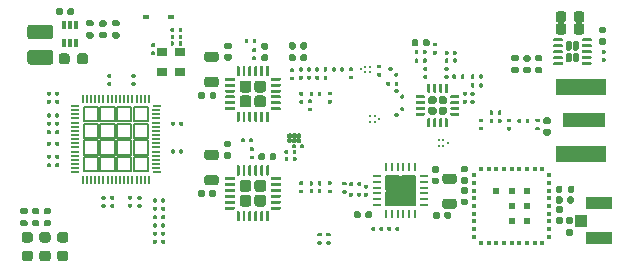
<source format=gtp>
G04 #@! TF.GenerationSoftware,KiCad,Pcbnew,(5.99.0-6542-g16b0689841)*
G04 #@! TF.CreationDate,2021-04-04T12:37:49-07:00*
G04 #@! TF.ProjectId,LoRa-GW-FeatherWing,4c6f5261-2d47-4572-9d46-656174686572,rev?*
G04 #@! TF.SameCoordinates,Original*
G04 #@! TF.FileFunction,Paste,Top*
G04 #@! TF.FilePolarity,Positive*
%FSLAX46Y46*%
G04 Gerber Fmt 4.6, Leading zero omitted, Abs format (unit mm)*
G04 Created by KiCad (PCBNEW (5.99.0-6542-g16b0689841)) date 2021-04-04 12:37:49*
%MOMM*%
%LPD*%
G01*
G04 APERTURE LIST*
%ADD10C,0.152400*%
%ADD11R,0.400000X0.300000*%
%ADD12R,0.300000X0.400000*%
%ADD13R,0.500000X0.500000*%
%ADD14C,0.230000*%
%ADD15R,0.180000X0.250000*%
%ADD16R,3.600000X1.270000*%
%ADD17R,4.200000X1.350000*%
%ADD18R,0.340000X0.700000*%
%ADD19R,0.736600X0.177800*%
%ADD20R,0.762000X0.177800*%
%ADD21R,0.177800X0.736600*%
%ADD22R,0.177800X0.762000*%
%ADD23R,0.600000X0.450000*%
%ADD24R,1.050000X1.000000*%
%ADD25R,2.200000X1.050000*%
%ADD26R,0.850000X0.650000*%
%ADD27R,0.254000X0.762000*%
%ADD28R,0.762000X0.254000*%
%ADD29R,2.641600X2.641600*%
G04 APERTURE END LIST*
D10*
G04 #@! TO.C,U10*
X126425029Y-67825001D02*
X126375029Y-67775001D01*
X126575028Y-67575001D02*
X126625028Y-67625001D01*
X127375029Y-67825001D02*
X127225030Y-67825001D01*
X126575028Y-67425001D02*
X126425029Y-67425001D01*
X127225030Y-67825001D02*
X127175030Y-67775001D01*
X127425029Y-67375002D02*
X127375029Y-67425001D01*
X126825028Y-67175002D02*
X126975028Y-67175002D01*
X127025028Y-67625001D02*
X127025028Y-67775001D01*
X127225030Y-67425001D02*
X127175030Y-67375002D01*
X126975028Y-67175002D02*
X127025028Y-67225002D01*
X126375029Y-67775001D02*
X126375029Y-67625001D01*
X126375029Y-67625001D02*
X126425029Y-67575001D01*
X126975028Y-67575001D02*
X127025028Y-67625001D01*
X126825028Y-67825001D02*
X126775028Y-67775001D01*
X126575028Y-67825001D02*
X126425029Y-67825001D01*
X127025028Y-67775001D02*
X126975028Y-67825001D01*
X126625028Y-67775001D02*
X126575028Y-67825001D01*
X126775028Y-67775001D02*
X126775028Y-67625001D01*
X127225030Y-67175002D02*
X127375029Y-67175002D01*
X126975028Y-67825001D02*
X126825028Y-67825001D01*
X126825028Y-67575001D02*
X126975028Y-67575001D01*
X127175030Y-67375002D02*
X127175030Y-67225002D01*
X126825028Y-67425001D02*
X126775028Y-67375002D01*
X126625028Y-67625001D02*
X126625028Y-67775001D01*
X127025028Y-67375002D02*
X126975028Y-67425001D01*
X127425029Y-67225002D02*
X127425029Y-67375002D01*
X127175030Y-67225002D02*
X127225030Y-67175002D01*
X127425029Y-67625001D02*
X127425029Y-67775001D01*
X127025028Y-67225002D02*
X127025028Y-67375002D01*
X126775028Y-67375002D02*
X126775028Y-67225002D01*
X126625028Y-67375002D02*
X126575028Y-67425001D01*
X126575028Y-67175002D02*
X126625028Y-67225002D01*
X126775028Y-67625001D02*
X126825028Y-67575001D01*
X126425029Y-67425001D02*
X126375029Y-67375002D01*
X126425029Y-67575001D02*
X126575028Y-67575001D01*
X127225030Y-67575001D02*
X127375029Y-67575001D01*
X127425029Y-67775001D02*
X127375029Y-67825001D01*
X126375029Y-67375002D02*
X126375029Y-67225002D01*
X126375029Y-67225002D02*
X126425029Y-67175002D01*
X126625028Y-67225002D02*
X126625028Y-67375002D01*
X127175030Y-67775001D02*
X127175030Y-67625001D01*
X127175030Y-67625001D02*
X127225030Y-67575001D01*
X126775028Y-67225002D02*
X126825028Y-67175002D01*
X127375029Y-67575001D02*
X127425029Y-67625001D01*
X126425029Y-67175002D02*
X126575028Y-67175002D01*
X126975028Y-67425001D02*
X126825028Y-67425001D01*
X127375029Y-67175002D02*
X127425029Y-67225002D01*
X127375029Y-67425001D02*
X127225030Y-67425001D01*
G04 #@! TO.C,U1*
X109093300Y-70306700D02*
X110296650Y-70306700D01*
X109093300Y-68903350D02*
X110296650Y-68903350D01*
X110296650Y-68903350D02*
X110296650Y-67700000D01*
X111900000Y-66096650D02*
X113103350Y-66096650D01*
X114506700Y-68903350D02*
X114506700Y-67700000D01*
X110496650Y-68903350D02*
X111700000Y-68903350D01*
X111700000Y-66096650D02*
X111700000Y-64893300D01*
X110296650Y-67500000D02*
X110296650Y-66296650D01*
X113303350Y-67700000D02*
X113303350Y-68903350D01*
X109093300Y-66096650D02*
X110296650Y-66096650D01*
X114506700Y-66296650D02*
X113303350Y-66296650D01*
X111900000Y-70306700D02*
X113103350Y-70306700D01*
X113303350Y-70306700D02*
X114506700Y-70306700D01*
X113103350Y-66296650D02*
X111900000Y-66296650D01*
X111700000Y-67700000D02*
X110496650Y-67700000D01*
X114506700Y-66096650D02*
X114506700Y-64893300D01*
X110496650Y-69103350D02*
X110496650Y-70306700D01*
X111900000Y-68903350D02*
X113103350Y-68903350D01*
X111900000Y-67500000D02*
X113103350Y-67500000D01*
X113303350Y-64893300D02*
X113303350Y-66096650D01*
X109093300Y-69103350D02*
X109093300Y-70306700D01*
X110496650Y-67700000D02*
X110496650Y-68903350D01*
X109093300Y-66296650D02*
X109093300Y-67500000D01*
X111700000Y-66296650D02*
X110496650Y-66296650D01*
X111900000Y-66296650D02*
X111900000Y-67500000D01*
X113103350Y-67700000D02*
X111900000Y-67700000D01*
X113303350Y-67500000D02*
X114506700Y-67500000D01*
X114506700Y-70306700D02*
X114506700Y-69103350D01*
X113103350Y-67500000D02*
X113103350Y-66296650D01*
X110296650Y-70306700D02*
X110296650Y-69103350D01*
X110496650Y-64893300D02*
X110496650Y-66096650D01*
X110496650Y-66296650D02*
X110496650Y-67500000D01*
X113303350Y-68903350D02*
X114506700Y-68903350D01*
X113303350Y-66096650D02*
X114506700Y-66096650D01*
X113103350Y-68903350D02*
X113103350Y-67700000D01*
X111900000Y-64893300D02*
X111900000Y-66096650D01*
X113303350Y-69103350D02*
X113303350Y-70306700D01*
X113103350Y-70306700D02*
X113103350Y-69103350D01*
X111700000Y-69103350D02*
X110496650Y-69103350D01*
X111900000Y-69103350D02*
X111900000Y-70306700D01*
X109093300Y-64893300D02*
X109093300Y-66096650D01*
X111700000Y-68903350D02*
X111700000Y-67700000D01*
X110496650Y-66096650D02*
X111700000Y-66096650D01*
X114506700Y-67700000D02*
X113303350Y-67700000D01*
X113103350Y-64893300D02*
X111900000Y-64893300D01*
X109093300Y-67700000D02*
X109093300Y-68903350D01*
X113103350Y-66096650D02*
X113103350Y-64893300D01*
X113103350Y-69103350D02*
X111900000Y-69103350D01*
X114506700Y-69103350D02*
X113303350Y-69103350D01*
X110296650Y-64893300D02*
X109093300Y-64893300D01*
X113303350Y-66296650D02*
X113303350Y-67500000D01*
X110296650Y-66296650D02*
X109093300Y-66296650D01*
X114506700Y-67500000D02*
X114506700Y-66296650D01*
X111700000Y-70306700D02*
X111700000Y-69103350D01*
X110496650Y-70306700D02*
X111700000Y-70306700D01*
X110496650Y-67500000D02*
X111700000Y-67500000D01*
X110296650Y-67700000D02*
X109093300Y-67700000D01*
X114506700Y-64893300D02*
X113303350Y-64893300D01*
X110296650Y-66096650D02*
X110296650Y-64893300D01*
X109093300Y-67500000D02*
X110296650Y-67500000D01*
X111700000Y-67500000D02*
X111700000Y-66296650D01*
X111900000Y-67700000D02*
X111900000Y-68903350D01*
X111700000Y-64893300D02*
X110496650Y-64893300D01*
X110296650Y-69103350D02*
X109093300Y-69103350D01*
G04 #@! TO.C,U9*
X137120800Y-71850000D02*
X137120800Y-70729200D01*
X134679200Y-72050000D02*
X134679200Y-73170800D01*
X135800000Y-70729200D02*
X134679200Y-70729200D01*
X134679200Y-71850000D02*
X135800000Y-71850000D01*
X135800000Y-73170800D02*
X135800000Y-72050000D01*
X136000000Y-70729200D02*
X136000000Y-71850000D01*
X134679200Y-73170800D02*
X135800000Y-73170800D01*
X135800000Y-71850000D02*
X135800000Y-70729200D01*
X135800000Y-72050000D02*
X134679200Y-72050000D01*
X137120800Y-70729200D02*
X136000000Y-70729200D01*
X136000000Y-72050000D02*
X136000000Y-73170800D01*
X137120800Y-73170800D02*
X137120800Y-72050000D01*
X137120800Y-72050000D02*
X136000000Y-72050000D01*
X136000000Y-71850000D02*
X137120800Y-71850000D01*
X134679200Y-70729200D02*
X134679200Y-71850000D01*
X136000000Y-73170800D02*
X137120800Y-73170800D01*
G04 #@! TD*
G04 #@! TO.C,C35*
G36*
G01*
X150575000Y-58525000D02*
X150575000Y-58025000D01*
G75*
G02*
X150800000Y-57800000I225000J0D01*
G01*
X151250000Y-57800000D01*
G75*
G02*
X151475000Y-58025000I0J-225000D01*
G01*
X151475000Y-58525000D01*
G75*
G02*
X151250000Y-58750000I-225000J0D01*
G01*
X150800000Y-58750000D01*
G75*
G02*
X150575000Y-58525000I0J225000D01*
G01*
G37*
G36*
G01*
X149025000Y-58525000D02*
X149025000Y-58025000D01*
G75*
G02*
X149250000Y-57800000I225000J0D01*
G01*
X149700000Y-57800000D01*
G75*
G02*
X149925000Y-58025000I0J-225000D01*
G01*
X149925000Y-58525000D01*
G75*
G02*
X149700000Y-58750000I-225000J0D01*
G01*
X149250000Y-58750000D01*
G75*
G02*
X149025000Y-58525000I0J225000D01*
G01*
G37*
G04 #@! TD*
G04 #@! TO.C,C33*
G36*
G01*
X150575000Y-57500000D02*
X150575000Y-57000000D01*
G75*
G02*
X150800000Y-56775000I225000J0D01*
G01*
X151250000Y-56775000D01*
G75*
G02*
X151475000Y-57000000I0J-225000D01*
G01*
X151475000Y-57500000D01*
G75*
G02*
X151250000Y-57725000I-225000J0D01*
G01*
X150800000Y-57725000D01*
G75*
G02*
X150575000Y-57500000I0J225000D01*
G01*
G37*
G36*
G01*
X149025000Y-57500000D02*
X149025000Y-57000000D01*
G75*
G02*
X149250000Y-56775000I225000J0D01*
G01*
X149700000Y-56775000D01*
G75*
G02*
X149925000Y-57000000I0J-225000D01*
G01*
X149925000Y-57500000D01*
G75*
G02*
X149700000Y-57725000I-225000J0D01*
G01*
X149250000Y-57725000D01*
G75*
G02*
X149025000Y-57500000I0J225000D01*
G01*
G37*
G04 #@! TD*
G04 #@! TO.C,C42*
G36*
G01*
X136840000Y-59610000D02*
X136840000Y-59270000D01*
G75*
G02*
X136980000Y-59130000I140000J0D01*
G01*
X137260000Y-59130000D01*
G75*
G02*
X137400000Y-59270000I0J-140000D01*
G01*
X137400000Y-59610000D01*
G75*
G02*
X137260000Y-59750000I-140000J0D01*
G01*
X136980000Y-59750000D01*
G75*
G02*
X136840000Y-59610000I0J140000D01*
G01*
G37*
G36*
G01*
X137800000Y-59610000D02*
X137800000Y-59270000D01*
G75*
G02*
X137940000Y-59130000I140000J0D01*
G01*
X138220000Y-59130000D01*
G75*
G02*
X138360000Y-59270000I0J-140000D01*
G01*
X138360000Y-59610000D01*
G75*
G02*
X138220000Y-59750000I-140000J0D01*
G01*
X137940000Y-59750000D01*
G75*
G02*
X137800000Y-59610000I0J140000D01*
G01*
G37*
G04 #@! TD*
G04 #@! TO.C,D1*
G36*
G01*
X104556250Y-77925000D02*
X104043750Y-77925000D01*
G75*
G02*
X103825000Y-77706250I0J218750D01*
G01*
X103825000Y-77268750D01*
G75*
G02*
X104043750Y-77050000I218750J0D01*
G01*
X104556250Y-77050000D01*
G75*
G02*
X104775000Y-77268750I0J-218750D01*
G01*
X104775000Y-77706250D01*
G75*
G02*
X104556250Y-77925000I-218750J0D01*
G01*
G37*
G36*
G01*
X104556250Y-76350000D02*
X104043750Y-76350000D01*
G75*
G02*
X103825000Y-76131250I0J218750D01*
G01*
X103825000Y-75693750D01*
G75*
G02*
X104043750Y-75475000I218750J0D01*
G01*
X104556250Y-75475000D01*
G75*
G02*
X104775000Y-75693750I0J-218750D01*
G01*
X104775000Y-76131250D01*
G75*
G02*
X104556250Y-76350000I-218750J0D01*
G01*
G37*
G04 #@! TD*
G04 #@! TO.C,C2*
G36*
G01*
X120310000Y-63730000D02*
X120310000Y-64070000D01*
G75*
G02*
X120170000Y-64210000I-140000J0D01*
G01*
X119890000Y-64210000D01*
G75*
G02*
X119750000Y-64070000I0J140000D01*
G01*
X119750000Y-63730000D01*
G75*
G02*
X119890000Y-63590000I140000J0D01*
G01*
X120170000Y-63590000D01*
G75*
G02*
X120310000Y-63730000I0J-140000D01*
G01*
G37*
G36*
G01*
X119350000Y-63730000D02*
X119350000Y-64070000D01*
G75*
G02*
X119210000Y-64210000I-140000J0D01*
G01*
X118930000Y-64210000D01*
G75*
G02*
X118790000Y-64070000I0J140000D01*
G01*
X118790000Y-63730000D01*
G75*
G02*
X118930000Y-63590000I140000J0D01*
G01*
X119210000Y-63590000D01*
G75*
G02*
X119350000Y-63730000I0J-140000D01*
G01*
G37*
G04 #@! TD*
G04 #@! TO.C,L5*
G36*
G01*
X127600500Y-64604000D02*
X127399500Y-64604000D01*
G75*
G02*
X127320000Y-64524500I0J79500D01*
G01*
X127320000Y-64365500D01*
G75*
G02*
X127399500Y-64286000I79500J0D01*
G01*
X127600500Y-64286000D01*
G75*
G02*
X127680000Y-64365500I0J-79500D01*
G01*
X127680000Y-64524500D01*
G75*
G02*
X127600500Y-64604000I-79500J0D01*
G01*
G37*
G36*
G01*
X127600500Y-63914000D02*
X127399500Y-63914000D01*
G75*
G02*
X127320000Y-63834500I0J79500D01*
G01*
X127320000Y-63675500D01*
G75*
G02*
X127399500Y-63596000I79500J0D01*
G01*
X127600500Y-63596000D01*
G75*
G02*
X127680000Y-63675500I0J-79500D01*
G01*
X127680000Y-63834500D01*
G75*
G02*
X127600500Y-63914000I-79500J0D01*
G01*
G37*
G04 #@! TD*
G04 #@! TO.C,L1*
G36*
G01*
X119518750Y-60200000D02*
X120281250Y-60200000D01*
G75*
G02*
X120500000Y-60418750I0J-218750D01*
G01*
X120500000Y-60856250D01*
G75*
G02*
X120281250Y-61075000I-218750J0D01*
G01*
X119518750Y-61075000D01*
G75*
G02*
X119300000Y-60856250I0J218750D01*
G01*
X119300000Y-60418750D01*
G75*
G02*
X119518750Y-60200000I218750J0D01*
G01*
G37*
G36*
G01*
X119518750Y-62325000D02*
X120281250Y-62325000D01*
G75*
G02*
X120500000Y-62543750I0J-218750D01*
G01*
X120500000Y-62981250D01*
G75*
G02*
X120281250Y-63200000I-218750J0D01*
G01*
X119518750Y-63200000D01*
G75*
G02*
X119300000Y-62981250I0J218750D01*
G01*
X119300000Y-62543750D01*
G75*
G02*
X119518750Y-62325000I218750J0D01*
G01*
G37*
G04 #@! TD*
D11*
G04 #@! TO.C,U8*
X148450000Y-75850000D03*
X148450000Y-75200000D03*
X148450000Y-74550000D03*
X148450000Y-73900000D03*
X148450000Y-73250000D03*
X148450000Y-72600000D03*
X148450000Y-71950000D03*
X148450000Y-71300000D03*
X148450000Y-70650000D03*
D12*
X147900000Y-70100000D03*
X147250000Y-70100000D03*
X146600000Y-70100000D03*
X145950000Y-70100000D03*
X145300000Y-70100000D03*
X144650000Y-70100000D03*
X144000000Y-70100000D03*
X143350000Y-70100000D03*
X142700000Y-70100000D03*
D11*
X142150000Y-70650000D03*
X142150000Y-71300000D03*
X142150000Y-71950000D03*
X142150000Y-72600000D03*
X142150000Y-73250000D03*
X142150000Y-73900000D03*
X142150000Y-74550000D03*
X142150000Y-75200000D03*
X142150000Y-75850000D03*
D12*
X142700000Y-76400000D03*
X143350000Y-76400000D03*
X144000000Y-76400000D03*
X144650000Y-76400000D03*
X145300000Y-76400000D03*
X145950000Y-76400000D03*
X146600000Y-76400000D03*
X147250000Y-76400000D03*
X147900000Y-76400000D03*
D13*
X146600000Y-74550000D03*
X145300000Y-74550000D03*
X146600000Y-73250000D03*
X145300000Y-73250000D03*
X146600000Y-71950000D03*
X145300000Y-71950000D03*
X144000000Y-71950000D03*
G04 #@! TD*
D14*
G04 #@! TO.C,U10*
X126500025Y-67700000D03*
X126500025Y-67300000D03*
X126900024Y-67700000D03*
X126900024Y-67300000D03*
X127300026Y-67700000D03*
X127300026Y-67300000D03*
G04 #@! TD*
G04 #@! TO.C,C16*
G36*
G01*
X128514000Y-71249500D02*
X128514000Y-71450500D01*
G75*
G02*
X128434500Y-71530000I-79500J0D01*
G01*
X128275500Y-71530000D01*
G75*
G02*
X128196000Y-71450500I0J79500D01*
G01*
X128196000Y-71249500D01*
G75*
G02*
X128275500Y-71170000I79500J0D01*
G01*
X128434500Y-71170000D01*
G75*
G02*
X128514000Y-71249500I0J-79500D01*
G01*
G37*
G36*
G01*
X129204000Y-71249500D02*
X129204000Y-71450500D01*
G75*
G02*
X129124500Y-71530000I-79500J0D01*
G01*
X128965500Y-71530000D01*
G75*
G02*
X128886000Y-71450500I0J79500D01*
G01*
X128886000Y-71249500D01*
G75*
G02*
X128965500Y-71170000I79500J0D01*
G01*
X129124500Y-71170000D01*
G75*
G02*
X129204000Y-71249500I0J-79500D01*
G01*
G37*
G04 #@! TD*
G04 #@! TO.C,R4*
G36*
G01*
X147785000Y-62030000D02*
X147415000Y-62030000D01*
G75*
G02*
X147280000Y-61895000I0J135000D01*
G01*
X147280000Y-61625000D01*
G75*
G02*
X147415000Y-61490000I135000J0D01*
G01*
X147785000Y-61490000D01*
G75*
G02*
X147920000Y-61625000I0J-135000D01*
G01*
X147920000Y-61895000D01*
G75*
G02*
X147785000Y-62030000I-135000J0D01*
G01*
G37*
G36*
G01*
X147785000Y-61010000D02*
X147415000Y-61010000D01*
G75*
G02*
X147280000Y-60875000I0J135000D01*
G01*
X147280000Y-60605000D01*
G75*
G02*
X147415000Y-60470000I135000J0D01*
G01*
X147785000Y-60470000D01*
G75*
G02*
X147920000Y-60605000I0J-135000D01*
G01*
X147920000Y-60875000D01*
G75*
G02*
X147785000Y-61010000I-135000J0D01*
G01*
G37*
G04 #@! TD*
G04 #@! TO.C,L15*
G36*
G01*
X134872554Y-61614682D02*
X135014682Y-61472554D01*
G75*
G02*
X135127112Y-61472554I56215J-56215D01*
G01*
X135239542Y-61584984D01*
G75*
G02*
X135239542Y-61697414I-56215J-56215D01*
G01*
X135097414Y-61839542D01*
G75*
G02*
X134984984Y-61839542I-56215J56215D01*
G01*
X134872554Y-61727112D01*
G75*
G02*
X134872554Y-61614682I56215J56215D01*
G01*
G37*
G36*
G01*
X135360458Y-62102586D02*
X135502586Y-61960458D01*
G75*
G02*
X135615016Y-61960458I56215J-56215D01*
G01*
X135727446Y-62072888D01*
G75*
G02*
X135727446Y-62185318I-56215J-56215D01*
G01*
X135585318Y-62327446D01*
G75*
G02*
X135472888Y-62327446I-56215J56215D01*
G01*
X135360458Y-62215016D01*
G75*
G02*
X135360458Y-62102586I56215J56215D01*
G01*
G37*
G04 #@! TD*
G04 #@! TO.C,C50*
G36*
G01*
X136085318Y-64878602D02*
X136227446Y-65020730D01*
G75*
G02*
X136227446Y-65133160I-56215J-56215D01*
G01*
X136115016Y-65245590D01*
G75*
G02*
X136002586Y-65245590I-56215J56215D01*
G01*
X135860458Y-65103462D01*
G75*
G02*
X135860458Y-64991032I56215J56215D01*
G01*
X135972888Y-64878602D01*
G75*
G02*
X136085318Y-64878602I56215J-56215D01*
G01*
G37*
G36*
G01*
X135597414Y-65366506D02*
X135739542Y-65508634D01*
G75*
G02*
X135739542Y-65621064I-56215J-56215D01*
G01*
X135627112Y-65733494D01*
G75*
G02*
X135514682Y-65733494I-56215J56215D01*
G01*
X135372554Y-65591366D01*
G75*
G02*
X135372554Y-65478936I56215J56215D01*
G01*
X135484984Y-65366506D01*
G75*
G02*
X135597414Y-65366506I56215J-56215D01*
G01*
G37*
G04 #@! TD*
G04 #@! TO.C,C53*
G36*
G01*
X113699500Y-72396000D02*
X113900500Y-72396000D01*
G75*
G02*
X113980000Y-72475500I0J-79500D01*
G01*
X113980000Y-72634500D01*
G75*
G02*
X113900500Y-72714000I-79500J0D01*
G01*
X113699500Y-72714000D01*
G75*
G02*
X113620000Y-72634500I0J79500D01*
G01*
X113620000Y-72475500D01*
G75*
G02*
X113699500Y-72396000I79500J0D01*
G01*
G37*
G36*
G01*
X113699500Y-73086000D02*
X113900500Y-73086000D01*
G75*
G02*
X113980000Y-73165500I0J-79500D01*
G01*
X113980000Y-73324500D01*
G75*
G02*
X113900500Y-73404000I-79500J0D01*
G01*
X113699500Y-73404000D01*
G75*
G02*
X113620000Y-73324500I0J79500D01*
G01*
X113620000Y-73165500D01*
G75*
G02*
X113699500Y-73086000I79500J0D01*
G01*
G37*
G04 #@! TD*
G04 #@! TO.C,R10*
G36*
G01*
X106294000Y-64349500D02*
X106294000Y-64550500D01*
G75*
G02*
X106214500Y-64630000I-79500J0D01*
G01*
X106055500Y-64630000D01*
G75*
G02*
X105976000Y-64550500I0J79500D01*
G01*
X105976000Y-64349500D01*
G75*
G02*
X106055500Y-64270000I79500J0D01*
G01*
X106214500Y-64270000D01*
G75*
G02*
X106294000Y-64349500I0J-79500D01*
G01*
G37*
G36*
G01*
X106984000Y-64349500D02*
X106984000Y-64550500D01*
G75*
G02*
X106904500Y-64630000I-79500J0D01*
G01*
X106745500Y-64630000D01*
G75*
G02*
X106666000Y-64550500I0J79500D01*
G01*
X106666000Y-64349500D01*
G75*
G02*
X106745500Y-64270000I79500J0D01*
G01*
X106904500Y-64270000D01*
G75*
G02*
X106984000Y-64349500I0J-79500D01*
G01*
G37*
G04 #@! TD*
G04 #@! TO.C,C28*
G36*
G01*
X111399500Y-73086000D02*
X111600500Y-73086000D01*
G75*
G02*
X111680000Y-73165500I0J-79500D01*
G01*
X111680000Y-73324500D01*
G75*
G02*
X111600500Y-73404000I-79500J0D01*
G01*
X111399500Y-73404000D01*
G75*
G02*
X111320000Y-73324500I0J79500D01*
G01*
X111320000Y-73165500D01*
G75*
G02*
X111399500Y-73086000I79500J0D01*
G01*
G37*
G36*
G01*
X111399500Y-72396000D02*
X111600500Y-72396000D01*
G75*
G02*
X111680000Y-72475500I0J-79500D01*
G01*
X111680000Y-72634500D01*
G75*
G02*
X111600500Y-72714000I-79500J0D01*
G01*
X111399500Y-72714000D01*
G75*
G02*
X111320000Y-72634500I0J79500D01*
G01*
X111320000Y-72475500D01*
G75*
G02*
X111399500Y-72396000I79500J0D01*
G01*
G37*
G04 #@! TD*
D15*
G04 #@! TO.C,FL2*
X134085000Y-65900000D03*
X133700000Y-65650000D03*
X133315000Y-65650000D03*
X133315000Y-66150000D03*
X133700000Y-66150000D03*
G04 #@! TD*
G04 #@! TO.C,C3*
G36*
G01*
X123860000Y-69255000D02*
X123860000Y-68915000D01*
G75*
G02*
X124000000Y-68775000I140000J0D01*
G01*
X124280000Y-68775000D01*
G75*
G02*
X124420000Y-68915000I0J-140000D01*
G01*
X124420000Y-69255000D01*
G75*
G02*
X124280000Y-69395000I-140000J0D01*
G01*
X124000000Y-69395000D01*
G75*
G02*
X123860000Y-69255000I0J140000D01*
G01*
G37*
G36*
G01*
X124820000Y-69255000D02*
X124820000Y-68915000D01*
G75*
G02*
X124960000Y-68775000I140000J0D01*
G01*
X125240000Y-68775000D01*
G75*
G02*
X125380000Y-68915000I0J-140000D01*
G01*
X125380000Y-69255000D01*
G75*
G02*
X125240000Y-69395000I-140000J0D01*
G01*
X124960000Y-69395000D01*
G75*
G02*
X124820000Y-69255000I0J140000D01*
G01*
G37*
G04 #@! TD*
G04 #@! TO.C,R12*
G36*
G01*
X105185000Y-74980000D02*
X104815000Y-74980000D01*
G75*
G02*
X104680000Y-74845000I0J135000D01*
G01*
X104680000Y-74575000D01*
G75*
G02*
X104815000Y-74440000I135000J0D01*
G01*
X105185000Y-74440000D01*
G75*
G02*
X105320000Y-74575000I0J-135000D01*
G01*
X105320000Y-74845000D01*
G75*
G02*
X105185000Y-74980000I-135000J0D01*
G01*
G37*
G36*
G01*
X105185000Y-73960000D02*
X104815000Y-73960000D01*
G75*
G02*
X104680000Y-73825000I0J135000D01*
G01*
X104680000Y-73555000D01*
G75*
G02*
X104815000Y-73420000I135000J0D01*
G01*
X105185000Y-73420000D01*
G75*
G02*
X105320000Y-73555000I0J-135000D01*
G01*
X105320000Y-73825000D01*
G75*
G02*
X105185000Y-73960000I-135000J0D01*
G01*
G37*
G04 #@! TD*
G04 #@! TO.C,R5*
G36*
G01*
X111615000Y-57520000D02*
X111985000Y-57520000D01*
G75*
G02*
X112120000Y-57655000I0J-135000D01*
G01*
X112120000Y-57925000D01*
G75*
G02*
X111985000Y-58060000I-135000J0D01*
G01*
X111615000Y-58060000D01*
G75*
G02*
X111480000Y-57925000I0J135000D01*
G01*
X111480000Y-57655000D01*
G75*
G02*
X111615000Y-57520000I135000J0D01*
G01*
G37*
G36*
G01*
X111615000Y-58540000D02*
X111985000Y-58540000D01*
G75*
G02*
X112120000Y-58675000I0J-135000D01*
G01*
X112120000Y-58945000D01*
G75*
G02*
X111985000Y-59080000I-135000J0D01*
G01*
X111615000Y-59080000D01*
G75*
G02*
X111480000Y-58945000I0J135000D01*
G01*
X111480000Y-58675000D01*
G75*
G02*
X111615000Y-58540000I135000J0D01*
G01*
G37*
G04 #@! TD*
G04 #@! TO.C,C30*
G36*
G01*
X106740000Y-56970000D02*
X106740000Y-56630000D01*
G75*
G02*
X106880000Y-56490000I140000J0D01*
G01*
X107160000Y-56490000D01*
G75*
G02*
X107300000Y-56630000I0J-140000D01*
G01*
X107300000Y-56970000D01*
G75*
G02*
X107160000Y-57110000I-140000J0D01*
G01*
X106880000Y-57110000D01*
G75*
G02*
X106740000Y-56970000I0J140000D01*
G01*
G37*
G36*
G01*
X107700000Y-56970000D02*
X107700000Y-56630000D01*
G75*
G02*
X107840000Y-56490000I140000J0D01*
G01*
X108120000Y-56490000D01*
G75*
G02*
X108260000Y-56630000I0J-140000D01*
G01*
X108260000Y-56970000D01*
G75*
G02*
X108120000Y-57110000I-140000J0D01*
G01*
X107840000Y-57110000D01*
G75*
G02*
X107700000Y-56970000I0J140000D01*
G01*
G37*
G04 #@! TD*
G04 #@! TO.C,C12*
G36*
G01*
X129704000Y-62299500D02*
X129704000Y-62500500D01*
G75*
G02*
X129624500Y-62580000I-79500J0D01*
G01*
X129465500Y-62580000D01*
G75*
G02*
X129386000Y-62500500I0J79500D01*
G01*
X129386000Y-62299500D01*
G75*
G02*
X129465500Y-62220000I79500J0D01*
G01*
X129624500Y-62220000D01*
G75*
G02*
X129704000Y-62299500I0J-79500D01*
G01*
G37*
G36*
G01*
X129014000Y-62299500D02*
X129014000Y-62500500D01*
G75*
G02*
X128934500Y-62580000I-79500J0D01*
G01*
X128775500Y-62580000D01*
G75*
G02*
X128696000Y-62500500I0J79500D01*
G01*
X128696000Y-62299500D01*
G75*
G02*
X128775500Y-62220000I79500J0D01*
G01*
X128934500Y-62220000D01*
G75*
G02*
X129014000Y-62299500I0J-79500D01*
G01*
G37*
G04 #@! TD*
G04 #@! TO.C,C39*
G36*
G01*
X143754000Y-65249500D02*
X143754000Y-65450500D01*
G75*
G02*
X143674500Y-65530000I-79500J0D01*
G01*
X143515500Y-65530000D01*
G75*
G02*
X143436000Y-65450500I0J79500D01*
G01*
X143436000Y-65249500D01*
G75*
G02*
X143515500Y-65170000I79500J0D01*
G01*
X143674500Y-65170000D01*
G75*
G02*
X143754000Y-65249500I0J-79500D01*
G01*
G37*
G36*
G01*
X144444000Y-65249500D02*
X144444000Y-65450500D01*
G75*
G02*
X144364500Y-65530000I-79500J0D01*
G01*
X144205500Y-65530000D01*
G75*
G02*
X144126000Y-65450500I0J79500D01*
G01*
X144126000Y-65249500D01*
G75*
G02*
X144205500Y-65170000I79500J0D01*
G01*
X144364500Y-65170000D01*
G75*
G02*
X144444000Y-65249500I0J-79500D01*
G01*
G37*
G04 #@! TD*
G04 #@! TO.C,C65*
G36*
G01*
X141470000Y-71380000D02*
X141130000Y-71380000D01*
G75*
G02*
X140990000Y-71240000I0J140000D01*
G01*
X140990000Y-70960000D01*
G75*
G02*
X141130000Y-70820000I140000J0D01*
G01*
X141470000Y-70820000D01*
G75*
G02*
X141610000Y-70960000I0J-140000D01*
G01*
X141610000Y-71240000D01*
G75*
G02*
X141470000Y-71380000I-140000J0D01*
G01*
G37*
G36*
G01*
X141470000Y-70420000D02*
X141130000Y-70420000D01*
G75*
G02*
X140990000Y-70280000I0J140000D01*
G01*
X140990000Y-70000000D01*
G75*
G02*
X141130000Y-69860000I140000J0D01*
G01*
X141470000Y-69860000D01*
G75*
G02*
X141610000Y-70000000I0J-140000D01*
G01*
X141610000Y-70280000D01*
G75*
G02*
X141470000Y-70420000I-140000J0D01*
G01*
G37*
G04 #@! TD*
G04 #@! TO.C,C40*
G36*
G01*
X137096000Y-60340500D02*
X137096000Y-60139500D01*
G75*
G02*
X137175500Y-60060000I79500J0D01*
G01*
X137334500Y-60060000D01*
G75*
G02*
X137414000Y-60139500I0J-79500D01*
G01*
X137414000Y-60340500D01*
G75*
G02*
X137334500Y-60420000I-79500J0D01*
G01*
X137175500Y-60420000D01*
G75*
G02*
X137096000Y-60340500I0J79500D01*
G01*
G37*
G36*
G01*
X137786000Y-60340500D02*
X137786000Y-60139500D01*
G75*
G02*
X137865500Y-60060000I79500J0D01*
G01*
X138024500Y-60060000D01*
G75*
G02*
X138104000Y-60139500I0J-79500D01*
G01*
X138104000Y-60340500D01*
G75*
G02*
X138024500Y-60420000I-79500J0D01*
G01*
X137865500Y-60420000D01*
G75*
G02*
X137786000Y-60340500I0J79500D01*
G01*
G37*
G04 #@! TD*
G04 #@! TO.C,C5*
G36*
G01*
X121470000Y-60940000D02*
X121130000Y-60940000D01*
G75*
G02*
X120990000Y-60800000I0J140000D01*
G01*
X120990000Y-60520000D01*
G75*
G02*
X121130000Y-60380000I140000J0D01*
G01*
X121470000Y-60380000D01*
G75*
G02*
X121610000Y-60520000I0J-140000D01*
G01*
X121610000Y-60800000D01*
G75*
G02*
X121470000Y-60940000I-140000J0D01*
G01*
G37*
G36*
G01*
X121470000Y-59980000D02*
X121130000Y-59980000D01*
G75*
G02*
X120990000Y-59840000I0J140000D01*
G01*
X120990000Y-59560000D01*
G75*
G02*
X121130000Y-59420000I140000J0D01*
G01*
X121470000Y-59420000D01*
G75*
G02*
X121610000Y-59560000I0J-140000D01*
G01*
X121610000Y-59840000D01*
G75*
G02*
X121470000Y-59980000I-140000J0D01*
G01*
G37*
G04 #@! TD*
G04 #@! TO.C,C46*
G36*
G01*
X139959000Y-60849500D02*
X139959000Y-61050500D01*
G75*
G02*
X139879500Y-61130000I-79500J0D01*
G01*
X139720500Y-61130000D01*
G75*
G02*
X139641000Y-61050500I0J79500D01*
G01*
X139641000Y-60849500D01*
G75*
G02*
X139720500Y-60770000I79500J0D01*
G01*
X139879500Y-60770000D01*
G75*
G02*
X139959000Y-60849500I0J-79500D01*
G01*
G37*
G36*
G01*
X140649000Y-60849500D02*
X140649000Y-61050500D01*
G75*
G02*
X140569500Y-61130000I-79500J0D01*
G01*
X140410500Y-61130000D01*
G75*
G02*
X140331000Y-61050500I0J79500D01*
G01*
X140331000Y-60849500D01*
G75*
G02*
X140410500Y-60770000I79500J0D01*
G01*
X140569500Y-60770000D01*
G75*
G02*
X140649000Y-60849500I0J-79500D01*
G01*
G37*
G04 #@! TD*
D16*
G04 #@! TO.C,J1*
X151400000Y-66000000D03*
D17*
X151200000Y-68825000D03*
X151200000Y-63175000D03*
G04 #@! TD*
G04 #@! TO.C,L4*
G36*
G01*
X127986000Y-61800500D02*
X127986000Y-61599500D01*
G75*
G02*
X128065500Y-61520000I79500J0D01*
G01*
X128224500Y-61520000D01*
G75*
G02*
X128304000Y-61599500I0J-79500D01*
G01*
X128304000Y-61800500D01*
G75*
G02*
X128224500Y-61880000I-79500J0D01*
G01*
X128065500Y-61880000D01*
G75*
G02*
X127986000Y-61800500I0J79500D01*
G01*
G37*
G36*
G01*
X127296000Y-61800500D02*
X127296000Y-61599500D01*
G75*
G02*
X127375500Y-61520000I79500J0D01*
G01*
X127534500Y-61520000D01*
G75*
G02*
X127614000Y-61599500I0J-79500D01*
G01*
X127614000Y-61800500D01*
G75*
G02*
X127534500Y-61880000I-79500J0D01*
G01*
X127375500Y-61880000D01*
G75*
G02*
X127296000Y-61800500I0J79500D01*
G01*
G37*
G04 #@! TD*
G04 #@! TO.C,C55*
G36*
G01*
X106294000Y-68999500D02*
X106294000Y-69200500D01*
G75*
G02*
X106214500Y-69280000I-79500J0D01*
G01*
X106055500Y-69280000D01*
G75*
G02*
X105976000Y-69200500I0J79500D01*
G01*
X105976000Y-68999500D01*
G75*
G02*
X106055500Y-68920000I79500J0D01*
G01*
X106214500Y-68920000D01*
G75*
G02*
X106294000Y-68999500I0J-79500D01*
G01*
G37*
G36*
G01*
X106984000Y-68999500D02*
X106984000Y-69200500D01*
G75*
G02*
X106904500Y-69280000I-79500J0D01*
G01*
X106745500Y-69280000D01*
G75*
G02*
X106666000Y-69200500I0J79500D01*
G01*
X106666000Y-68999500D01*
G75*
G02*
X106745500Y-68920000I79500J0D01*
G01*
X106904500Y-68920000D01*
G75*
G02*
X106984000Y-68999500I0J-79500D01*
G01*
G37*
G04 #@! TD*
G04 #@! TO.C,R18*
G36*
G01*
X126086000Y-69400500D02*
X126086000Y-69199500D01*
G75*
G02*
X126165500Y-69120000I79500J0D01*
G01*
X126324500Y-69120000D01*
G75*
G02*
X126404000Y-69199500I0J-79500D01*
G01*
X126404000Y-69400500D01*
G75*
G02*
X126324500Y-69480000I-79500J0D01*
G01*
X126165500Y-69480000D01*
G75*
G02*
X126086000Y-69400500I0J79500D01*
G01*
G37*
G36*
G01*
X126776000Y-69400500D02*
X126776000Y-69199500D01*
G75*
G02*
X126855500Y-69120000I79500J0D01*
G01*
X127014500Y-69120000D01*
G75*
G02*
X127094000Y-69199500I0J-79500D01*
G01*
X127094000Y-69400500D01*
G75*
G02*
X127014500Y-69480000I-79500J0D01*
G01*
X126855500Y-69480000D01*
G75*
G02*
X126776000Y-69400500I0J79500D01*
G01*
G37*
G04 #@! TD*
D18*
G04 #@! TO.C,U6*
X108400000Y-57950000D03*
X107900000Y-57950000D03*
X107400000Y-57950000D03*
X107400000Y-59450000D03*
X107900000Y-59450000D03*
X108400000Y-59450000D03*
G04 #@! TD*
G04 #@! TO.C,R8*
G36*
G01*
X105976000Y-63850500D02*
X105976000Y-63649500D01*
G75*
G02*
X106055500Y-63570000I79500J0D01*
G01*
X106214500Y-63570000D01*
G75*
G02*
X106294000Y-63649500I0J-79500D01*
G01*
X106294000Y-63850500D01*
G75*
G02*
X106214500Y-63930000I-79500J0D01*
G01*
X106055500Y-63930000D01*
G75*
G02*
X105976000Y-63850500I0J79500D01*
G01*
G37*
G36*
G01*
X106666000Y-63850500D02*
X106666000Y-63649500D01*
G75*
G02*
X106745500Y-63570000I79500J0D01*
G01*
X106904500Y-63570000D01*
G75*
G02*
X106984000Y-63649500I0J-79500D01*
G01*
X106984000Y-63850500D01*
G75*
G02*
X106904500Y-63930000I-79500J0D01*
G01*
X106745500Y-63930000D01*
G75*
G02*
X106666000Y-63850500I0J79500D01*
G01*
G37*
G04 #@! TD*
G04 #@! TO.C,U3*
G36*
G01*
X123770000Y-71055000D02*
X124280000Y-71055000D01*
G75*
G02*
X124530000Y-71305000I0J-250000D01*
G01*
X124530000Y-71815000D01*
G75*
G02*
X124280000Y-72065000I-250000J0D01*
G01*
X123770000Y-72065000D01*
G75*
G02*
X123520000Y-71815000I0J250000D01*
G01*
X123520000Y-71305000D01*
G75*
G02*
X123770000Y-71055000I250000J0D01*
G01*
G37*
G36*
G01*
X123770000Y-72305000D02*
X124280000Y-72305000D01*
G75*
G02*
X124530000Y-72555000I0J-250000D01*
G01*
X124530000Y-73065000D01*
G75*
G02*
X124280000Y-73315000I-250000J0D01*
G01*
X123770000Y-73315000D01*
G75*
G02*
X123520000Y-73065000I0J250000D01*
G01*
X123520000Y-72555000D01*
G75*
G02*
X123770000Y-72305000I250000J0D01*
G01*
G37*
G36*
G01*
X122520000Y-72305000D02*
X123030000Y-72305000D01*
G75*
G02*
X123280000Y-72555000I0J-250000D01*
G01*
X123280000Y-73065000D01*
G75*
G02*
X123030000Y-73315000I-250000J0D01*
G01*
X122520000Y-73315000D01*
G75*
G02*
X122270000Y-73065000I0J250000D01*
G01*
X122270000Y-72555000D01*
G75*
G02*
X122520000Y-72305000I250000J0D01*
G01*
G37*
G36*
G01*
X122520000Y-71055000D02*
X123030000Y-71055000D01*
G75*
G02*
X123280000Y-71305000I0J-250000D01*
G01*
X123280000Y-71815000D01*
G75*
G02*
X123030000Y-72065000I-250000J0D01*
G01*
X122520000Y-72065000D01*
G75*
G02*
X122270000Y-71815000I0J250000D01*
G01*
X122270000Y-71305000D01*
G75*
G02*
X122520000Y-71055000I250000J0D01*
G01*
G37*
G36*
G01*
X124587500Y-69810000D02*
X124712500Y-69810000D01*
G75*
G02*
X124775000Y-69872500I0J-62500D01*
G01*
X124775000Y-70622500D01*
G75*
G02*
X124712500Y-70685000I-62500J0D01*
G01*
X124587500Y-70685000D01*
G75*
G02*
X124525000Y-70622500I0J62500D01*
G01*
X124525000Y-69872500D01*
G75*
G02*
X124587500Y-69810000I62500J0D01*
G01*
G37*
G36*
G01*
X124087500Y-69810000D02*
X124212500Y-69810000D01*
G75*
G02*
X124275000Y-69872500I0J-62500D01*
G01*
X124275000Y-70622500D01*
G75*
G02*
X124212500Y-70685000I-62500J0D01*
G01*
X124087500Y-70685000D01*
G75*
G02*
X124025000Y-70622500I0J62500D01*
G01*
X124025000Y-69872500D01*
G75*
G02*
X124087500Y-69810000I62500J0D01*
G01*
G37*
G36*
G01*
X123587500Y-69810000D02*
X123712500Y-69810000D01*
G75*
G02*
X123775000Y-69872500I0J-62500D01*
G01*
X123775000Y-70622500D01*
G75*
G02*
X123712500Y-70685000I-62500J0D01*
G01*
X123587500Y-70685000D01*
G75*
G02*
X123525000Y-70622500I0J62500D01*
G01*
X123525000Y-69872500D01*
G75*
G02*
X123587500Y-69810000I62500J0D01*
G01*
G37*
G36*
G01*
X123087500Y-69810000D02*
X123212500Y-69810000D01*
G75*
G02*
X123275000Y-69872500I0J-62500D01*
G01*
X123275000Y-70622500D01*
G75*
G02*
X123212500Y-70685000I-62500J0D01*
G01*
X123087500Y-70685000D01*
G75*
G02*
X123025000Y-70622500I0J62500D01*
G01*
X123025000Y-69872500D01*
G75*
G02*
X123087500Y-69810000I62500J0D01*
G01*
G37*
G36*
G01*
X122587500Y-69810000D02*
X122712500Y-69810000D01*
G75*
G02*
X122775000Y-69872500I0J-62500D01*
G01*
X122775000Y-70622500D01*
G75*
G02*
X122712500Y-70685000I-62500J0D01*
G01*
X122587500Y-70685000D01*
G75*
G02*
X122525000Y-70622500I0J62500D01*
G01*
X122525000Y-69872500D01*
G75*
G02*
X122587500Y-69810000I62500J0D01*
G01*
G37*
G36*
G01*
X122087500Y-69810000D02*
X122212500Y-69810000D01*
G75*
G02*
X122275000Y-69872500I0J-62500D01*
G01*
X122275000Y-70622500D01*
G75*
G02*
X122212500Y-70685000I-62500J0D01*
G01*
X122087500Y-70685000D01*
G75*
G02*
X122025000Y-70622500I0J62500D01*
G01*
X122025000Y-69872500D01*
G75*
G02*
X122087500Y-69810000I62500J0D01*
G01*
G37*
G36*
G01*
X121087500Y-70810000D02*
X121837500Y-70810000D01*
G75*
G02*
X121900000Y-70872500I0J-62500D01*
G01*
X121900000Y-70997500D01*
G75*
G02*
X121837500Y-71060000I-62500J0D01*
G01*
X121087500Y-71060000D01*
G75*
G02*
X121025000Y-70997500I0J62500D01*
G01*
X121025000Y-70872500D01*
G75*
G02*
X121087500Y-70810000I62500J0D01*
G01*
G37*
G36*
G01*
X121087500Y-71310000D02*
X121837500Y-71310000D01*
G75*
G02*
X121900000Y-71372500I0J-62500D01*
G01*
X121900000Y-71497500D01*
G75*
G02*
X121837500Y-71560000I-62500J0D01*
G01*
X121087500Y-71560000D01*
G75*
G02*
X121025000Y-71497500I0J62500D01*
G01*
X121025000Y-71372500D01*
G75*
G02*
X121087500Y-71310000I62500J0D01*
G01*
G37*
G36*
G01*
X121087500Y-71810000D02*
X121837500Y-71810000D01*
G75*
G02*
X121900000Y-71872500I0J-62500D01*
G01*
X121900000Y-71997500D01*
G75*
G02*
X121837500Y-72060000I-62500J0D01*
G01*
X121087500Y-72060000D01*
G75*
G02*
X121025000Y-71997500I0J62500D01*
G01*
X121025000Y-71872500D01*
G75*
G02*
X121087500Y-71810000I62500J0D01*
G01*
G37*
G36*
G01*
X121087500Y-72310000D02*
X121837500Y-72310000D01*
G75*
G02*
X121900000Y-72372500I0J-62500D01*
G01*
X121900000Y-72497500D01*
G75*
G02*
X121837500Y-72560000I-62500J0D01*
G01*
X121087500Y-72560000D01*
G75*
G02*
X121025000Y-72497500I0J62500D01*
G01*
X121025000Y-72372500D01*
G75*
G02*
X121087500Y-72310000I62500J0D01*
G01*
G37*
G36*
G01*
X121087500Y-72810000D02*
X121837500Y-72810000D01*
G75*
G02*
X121900000Y-72872500I0J-62500D01*
G01*
X121900000Y-72997500D01*
G75*
G02*
X121837500Y-73060000I-62500J0D01*
G01*
X121087500Y-73060000D01*
G75*
G02*
X121025000Y-72997500I0J62500D01*
G01*
X121025000Y-72872500D01*
G75*
G02*
X121087500Y-72810000I62500J0D01*
G01*
G37*
G36*
G01*
X121087500Y-73310000D02*
X121837500Y-73310000D01*
G75*
G02*
X121900000Y-73372500I0J-62500D01*
G01*
X121900000Y-73497500D01*
G75*
G02*
X121837500Y-73560000I-62500J0D01*
G01*
X121087500Y-73560000D01*
G75*
G02*
X121025000Y-73497500I0J62500D01*
G01*
X121025000Y-73372500D01*
G75*
G02*
X121087500Y-73310000I62500J0D01*
G01*
G37*
G36*
G01*
X122087500Y-73685000D02*
X122212500Y-73685000D01*
G75*
G02*
X122275000Y-73747500I0J-62500D01*
G01*
X122275000Y-74497500D01*
G75*
G02*
X122212500Y-74560000I-62500J0D01*
G01*
X122087500Y-74560000D01*
G75*
G02*
X122025000Y-74497500I0J62500D01*
G01*
X122025000Y-73747500D01*
G75*
G02*
X122087500Y-73685000I62500J0D01*
G01*
G37*
G36*
G01*
X122587500Y-73685000D02*
X122712500Y-73685000D01*
G75*
G02*
X122775000Y-73747500I0J-62500D01*
G01*
X122775000Y-74497500D01*
G75*
G02*
X122712500Y-74560000I-62500J0D01*
G01*
X122587500Y-74560000D01*
G75*
G02*
X122525000Y-74497500I0J62500D01*
G01*
X122525000Y-73747500D01*
G75*
G02*
X122587500Y-73685000I62500J0D01*
G01*
G37*
G36*
G01*
X123087500Y-73685000D02*
X123212500Y-73685000D01*
G75*
G02*
X123275000Y-73747500I0J-62500D01*
G01*
X123275000Y-74497500D01*
G75*
G02*
X123212500Y-74560000I-62500J0D01*
G01*
X123087500Y-74560000D01*
G75*
G02*
X123025000Y-74497500I0J62500D01*
G01*
X123025000Y-73747500D01*
G75*
G02*
X123087500Y-73685000I62500J0D01*
G01*
G37*
G36*
G01*
X123587500Y-73685000D02*
X123712500Y-73685000D01*
G75*
G02*
X123775000Y-73747500I0J-62500D01*
G01*
X123775000Y-74497500D01*
G75*
G02*
X123712500Y-74560000I-62500J0D01*
G01*
X123587500Y-74560000D01*
G75*
G02*
X123525000Y-74497500I0J62500D01*
G01*
X123525000Y-73747500D01*
G75*
G02*
X123587500Y-73685000I62500J0D01*
G01*
G37*
G36*
G01*
X124087500Y-73685000D02*
X124212500Y-73685000D01*
G75*
G02*
X124275000Y-73747500I0J-62500D01*
G01*
X124275000Y-74497500D01*
G75*
G02*
X124212500Y-74560000I-62500J0D01*
G01*
X124087500Y-74560000D01*
G75*
G02*
X124025000Y-74497500I0J62500D01*
G01*
X124025000Y-73747500D01*
G75*
G02*
X124087500Y-73685000I62500J0D01*
G01*
G37*
G36*
G01*
X124587500Y-73685000D02*
X124712500Y-73685000D01*
G75*
G02*
X124775000Y-73747500I0J-62500D01*
G01*
X124775000Y-74497500D01*
G75*
G02*
X124712500Y-74560000I-62500J0D01*
G01*
X124587500Y-74560000D01*
G75*
G02*
X124525000Y-74497500I0J62500D01*
G01*
X124525000Y-73747500D01*
G75*
G02*
X124587500Y-73685000I62500J0D01*
G01*
G37*
G36*
G01*
X124962500Y-73310000D02*
X125712500Y-73310000D01*
G75*
G02*
X125775000Y-73372500I0J-62500D01*
G01*
X125775000Y-73497500D01*
G75*
G02*
X125712500Y-73560000I-62500J0D01*
G01*
X124962500Y-73560000D01*
G75*
G02*
X124900000Y-73497500I0J62500D01*
G01*
X124900000Y-73372500D01*
G75*
G02*
X124962500Y-73310000I62500J0D01*
G01*
G37*
G36*
G01*
X124962500Y-72810000D02*
X125712500Y-72810000D01*
G75*
G02*
X125775000Y-72872500I0J-62500D01*
G01*
X125775000Y-72997500D01*
G75*
G02*
X125712500Y-73060000I-62500J0D01*
G01*
X124962500Y-73060000D01*
G75*
G02*
X124900000Y-72997500I0J62500D01*
G01*
X124900000Y-72872500D01*
G75*
G02*
X124962500Y-72810000I62500J0D01*
G01*
G37*
G36*
G01*
X124962500Y-72310000D02*
X125712500Y-72310000D01*
G75*
G02*
X125775000Y-72372500I0J-62500D01*
G01*
X125775000Y-72497500D01*
G75*
G02*
X125712500Y-72560000I-62500J0D01*
G01*
X124962500Y-72560000D01*
G75*
G02*
X124900000Y-72497500I0J62500D01*
G01*
X124900000Y-72372500D01*
G75*
G02*
X124962500Y-72310000I62500J0D01*
G01*
G37*
G36*
G01*
X124962500Y-71810000D02*
X125712500Y-71810000D01*
G75*
G02*
X125775000Y-71872500I0J-62500D01*
G01*
X125775000Y-71997500D01*
G75*
G02*
X125712500Y-72060000I-62500J0D01*
G01*
X124962500Y-72060000D01*
G75*
G02*
X124900000Y-71997500I0J62500D01*
G01*
X124900000Y-71872500D01*
G75*
G02*
X124962500Y-71810000I62500J0D01*
G01*
G37*
G36*
G01*
X124962500Y-71310000D02*
X125712500Y-71310000D01*
G75*
G02*
X125775000Y-71372500I0J-62500D01*
G01*
X125775000Y-71497500D01*
G75*
G02*
X125712500Y-71560000I-62500J0D01*
G01*
X124962500Y-71560000D01*
G75*
G02*
X124900000Y-71497500I0J62500D01*
G01*
X124900000Y-71372500D01*
G75*
G02*
X124962500Y-71310000I62500J0D01*
G01*
G37*
G36*
G01*
X124962500Y-70810000D02*
X125712500Y-70810000D01*
G75*
G02*
X125775000Y-70872500I0J-62500D01*
G01*
X125775000Y-70997500D01*
G75*
G02*
X125712500Y-71060000I-62500J0D01*
G01*
X124962500Y-71060000D01*
G75*
G02*
X124900000Y-70997500I0J62500D01*
G01*
X124900000Y-70872500D01*
G75*
G02*
X124962500Y-70810000I62500J0D01*
G01*
G37*
G04 #@! TD*
G04 #@! TO.C,L17*
G36*
G01*
X104550000Y-57900000D02*
X106250000Y-57900000D01*
G75*
G02*
X106500000Y-58150000I0J-250000D01*
G01*
X106500000Y-58900000D01*
G75*
G02*
X106250000Y-59150000I-250000J0D01*
G01*
X104550000Y-59150000D01*
G75*
G02*
X104300000Y-58900000I0J250000D01*
G01*
X104300000Y-58150000D01*
G75*
G02*
X104550000Y-57900000I250000J0D01*
G01*
G37*
G36*
G01*
X104550000Y-60050000D02*
X106250000Y-60050000D01*
G75*
G02*
X106500000Y-60300000I0J-250000D01*
G01*
X106500000Y-61050000D01*
G75*
G02*
X106250000Y-61300000I-250000J0D01*
G01*
X104550000Y-61300000D01*
G75*
G02*
X104300000Y-61050000I0J250000D01*
G01*
X104300000Y-60300000D01*
G75*
G02*
X104550000Y-60050000I250000J0D01*
G01*
G37*
G04 #@! TD*
G04 #@! TO.C,C6*
G36*
G01*
X121420000Y-69260000D02*
X121080000Y-69260000D01*
G75*
G02*
X120940000Y-69120000I0J140000D01*
G01*
X120940000Y-68840000D01*
G75*
G02*
X121080000Y-68700000I140000J0D01*
G01*
X121420000Y-68700000D01*
G75*
G02*
X121560000Y-68840000I0J-140000D01*
G01*
X121560000Y-69120000D01*
G75*
G02*
X121420000Y-69260000I-140000J0D01*
G01*
G37*
G36*
G01*
X121420000Y-68300000D02*
X121080000Y-68300000D01*
G75*
G02*
X120940000Y-68160000I0J140000D01*
G01*
X120940000Y-67880000D01*
G75*
G02*
X121080000Y-67740000I140000J0D01*
G01*
X121420000Y-67740000D01*
G75*
G02*
X121560000Y-67880000I0J-140000D01*
G01*
X121560000Y-68160000D01*
G75*
G02*
X121420000Y-68300000I-140000J0D01*
G01*
G37*
G04 #@! TD*
D19*
G04 #@! TO.C,U1*
X108358300Y-64800001D03*
D20*
X108371000Y-65150000D03*
X108371000Y-65499999D03*
X108371000Y-65849998D03*
X108371000Y-66200000D03*
X108371000Y-66550000D03*
X108371000Y-66899999D03*
X108371000Y-67250001D03*
X108371000Y-67600000D03*
X108371000Y-67949999D03*
X108371000Y-68300001D03*
X108371000Y-68650000D03*
X108371000Y-69000000D03*
X108371000Y-69349999D03*
X108371000Y-69700001D03*
X108371000Y-70050000D03*
D19*
X108358300Y-70399999D03*
D21*
X109000001Y-71041700D03*
D22*
X109350000Y-71029000D03*
X109699999Y-71029000D03*
X110049998Y-71029000D03*
X110400000Y-71029000D03*
X110750000Y-71029000D03*
X111099999Y-71029000D03*
X111450001Y-71029000D03*
X111800000Y-71029000D03*
X112149999Y-71029000D03*
X112500001Y-71029000D03*
X112850000Y-71029000D03*
X113200000Y-71029000D03*
X113549999Y-71029000D03*
X113900001Y-71029000D03*
X114250000Y-71029000D03*
D21*
X114599999Y-71041700D03*
D19*
X115241700Y-70399999D03*
D20*
X115229000Y-70050000D03*
X115229000Y-69700001D03*
X115229000Y-69350002D03*
X115229000Y-69000000D03*
X115229000Y-68650000D03*
X115229000Y-68300001D03*
X115229000Y-67949999D03*
X115229000Y-67600000D03*
X115229000Y-67250001D03*
X115229000Y-66899999D03*
X115229000Y-66550000D03*
X115229000Y-66200000D03*
X115229000Y-65850001D03*
X115229000Y-65499999D03*
X115229000Y-65150000D03*
D19*
X115241700Y-64800001D03*
D21*
X114599999Y-64158300D03*
D22*
X114250000Y-64171000D03*
X113900001Y-64171000D03*
X113550002Y-64171000D03*
X113200000Y-64171000D03*
X112850000Y-64171000D03*
X112500001Y-64171000D03*
X112149999Y-64171000D03*
X111800000Y-64171000D03*
X111450001Y-64171000D03*
X111099999Y-64171000D03*
X110750000Y-64171000D03*
X110400000Y-64171000D03*
X110050001Y-64171000D03*
X109699999Y-64171000D03*
X109350000Y-64171000D03*
D21*
X109000001Y-64158300D03*
G04 #@! TD*
G04 #@! TO.C,C68*
G36*
G01*
X135094000Y-75099500D02*
X135094000Y-75300500D01*
G75*
G02*
X135014500Y-75380000I-79500J0D01*
G01*
X134855500Y-75380000D01*
G75*
G02*
X134776000Y-75300500I0J79500D01*
G01*
X134776000Y-75099500D01*
G75*
G02*
X134855500Y-75020000I79500J0D01*
G01*
X135014500Y-75020000D01*
G75*
G02*
X135094000Y-75099500I0J-79500D01*
G01*
G37*
G36*
G01*
X135784000Y-75099500D02*
X135784000Y-75300500D01*
G75*
G02*
X135704500Y-75380000I-79500J0D01*
G01*
X135545500Y-75380000D01*
G75*
G02*
X135466000Y-75300500I0J79500D01*
G01*
X135466000Y-75099500D01*
G75*
G02*
X135545500Y-75020000I79500J0D01*
G01*
X135704500Y-75020000D01*
G75*
G02*
X135784000Y-75099500I0J-79500D01*
G01*
G37*
G04 #@! TD*
G04 #@! TO.C,C47*
G36*
G01*
X142849000Y-62199500D02*
X142849000Y-62400500D01*
G75*
G02*
X142769500Y-62480000I-79500J0D01*
G01*
X142610500Y-62480000D01*
G75*
G02*
X142531000Y-62400500I0J79500D01*
G01*
X142531000Y-62199500D01*
G75*
G02*
X142610500Y-62120000I79500J0D01*
G01*
X142769500Y-62120000D01*
G75*
G02*
X142849000Y-62199500I0J-79500D01*
G01*
G37*
G36*
G01*
X142159000Y-62199500D02*
X142159000Y-62400500D01*
G75*
G02*
X142079500Y-62480000I-79500J0D01*
G01*
X141920500Y-62480000D01*
G75*
G02*
X141841000Y-62400500I0J79500D01*
G01*
X141841000Y-62199500D01*
G75*
G02*
X141920500Y-62120000I79500J0D01*
G01*
X142079500Y-62120000D01*
G75*
G02*
X142159000Y-62199500I0J-79500D01*
G01*
G37*
G04 #@! TD*
G04 #@! TO.C,C44*
G36*
G01*
X142849000Y-62949500D02*
X142849000Y-63150500D01*
G75*
G02*
X142769500Y-63230000I-79500J0D01*
G01*
X142610500Y-63230000D01*
G75*
G02*
X142531000Y-63150500I0J79500D01*
G01*
X142531000Y-62949500D01*
G75*
G02*
X142610500Y-62870000I79500J0D01*
G01*
X142769500Y-62870000D01*
G75*
G02*
X142849000Y-62949500I0J-79500D01*
G01*
G37*
G36*
G01*
X142159000Y-62949500D02*
X142159000Y-63150500D01*
G75*
G02*
X142079500Y-63230000I-79500J0D01*
G01*
X141920500Y-63230000D01*
G75*
G02*
X141841000Y-63150500I0J79500D01*
G01*
X141841000Y-62949500D01*
G75*
G02*
X141920500Y-62870000I79500J0D01*
G01*
X142079500Y-62870000D01*
G75*
G02*
X142159000Y-62949500I0J-79500D01*
G01*
G37*
G04 #@! TD*
G04 #@! TO.C,C37*
G36*
G01*
X142800500Y-66864000D02*
X142599500Y-66864000D01*
G75*
G02*
X142520000Y-66784500I0J79500D01*
G01*
X142520000Y-66625500D01*
G75*
G02*
X142599500Y-66546000I79500J0D01*
G01*
X142800500Y-66546000D01*
G75*
G02*
X142880000Y-66625500I0J-79500D01*
G01*
X142880000Y-66784500D01*
G75*
G02*
X142800500Y-66864000I-79500J0D01*
G01*
G37*
G36*
G01*
X142800500Y-66174000D02*
X142599500Y-66174000D01*
G75*
G02*
X142520000Y-66094500I0J79500D01*
G01*
X142520000Y-65935500D01*
G75*
G02*
X142599500Y-65856000I79500J0D01*
G01*
X142800500Y-65856000D01*
G75*
G02*
X142880000Y-65935500I0J-79500D01*
G01*
X142880000Y-66094500D01*
G75*
G02*
X142800500Y-66174000I-79500J0D01*
G01*
G37*
G04 #@! TD*
G04 #@! TO.C,L12*
G36*
G01*
X139900500Y-62499000D02*
X139699500Y-62499000D01*
G75*
G02*
X139620000Y-62419500I0J79500D01*
G01*
X139620000Y-62260500D01*
G75*
G02*
X139699500Y-62181000I79500J0D01*
G01*
X139900500Y-62181000D01*
G75*
G02*
X139980000Y-62260500I0J-79500D01*
G01*
X139980000Y-62419500D01*
G75*
G02*
X139900500Y-62499000I-79500J0D01*
G01*
G37*
G36*
G01*
X139900500Y-61809000D02*
X139699500Y-61809000D01*
G75*
G02*
X139620000Y-61729500I0J79500D01*
G01*
X139620000Y-61570500D01*
G75*
G02*
X139699500Y-61491000I79500J0D01*
G01*
X139900500Y-61491000D01*
G75*
G02*
X139980000Y-61570500I0J-79500D01*
G01*
X139980000Y-61729500D01*
G75*
G02*
X139900500Y-61809000I-79500J0D01*
G01*
G37*
G04 #@! TD*
D15*
G04 #@! TO.C,FL1*
X132535000Y-61700000D03*
X132920000Y-61950000D03*
X133305000Y-61950000D03*
X133305000Y-61450000D03*
X132920000Y-61450000D03*
G04 #@! TD*
G04 #@! TO.C,C56*
G36*
G01*
X110649500Y-73086000D02*
X110850500Y-73086000D01*
G75*
G02*
X110930000Y-73165500I0J-79500D01*
G01*
X110930000Y-73324500D01*
G75*
G02*
X110850500Y-73404000I-79500J0D01*
G01*
X110649500Y-73404000D01*
G75*
G02*
X110570000Y-73324500I0J79500D01*
G01*
X110570000Y-73165500D01*
G75*
G02*
X110649500Y-73086000I79500J0D01*
G01*
G37*
G36*
G01*
X110649500Y-72396000D02*
X110850500Y-72396000D01*
G75*
G02*
X110930000Y-72475500I0J-79500D01*
G01*
X110930000Y-72634500D01*
G75*
G02*
X110850500Y-72714000I-79500J0D01*
G01*
X110649500Y-72714000D01*
G75*
G02*
X110570000Y-72634500I0J79500D01*
G01*
X110570000Y-72475500D01*
G75*
G02*
X110649500Y-72396000I79500J0D01*
G01*
G37*
G04 #@! TD*
G04 #@! TO.C,C7*
G36*
G01*
X126460000Y-59870000D02*
X126460000Y-59530000D01*
G75*
G02*
X126600000Y-59390000I140000J0D01*
G01*
X126880000Y-59390000D01*
G75*
G02*
X127020000Y-59530000I0J-140000D01*
G01*
X127020000Y-59870000D01*
G75*
G02*
X126880000Y-60010000I-140000J0D01*
G01*
X126600000Y-60010000D01*
G75*
G02*
X126460000Y-59870000I0J140000D01*
G01*
G37*
G36*
G01*
X127420000Y-59870000D02*
X127420000Y-59530000D01*
G75*
G02*
X127560000Y-59390000I140000J0D01*
G01*
X127840000Y-59390000D01*
G75*
G02*
X127980000Y-59530000I0J-140000D01*
G01*
X127980000Y-59870000D01*
G75*
G02*
X127840000Y-60010000I-140000J0D01*
G01*
X127560000Y-60010000D01*
G75*
G02*
X127420000Y-59870000I0J140000D01*
G01*
G37*
G04 #@! TD*
G04 #@! TO.C,C69*
G36*
G01*
X139020000Y-71410000D02*
X138680000Y-71410000D01*
G75*
G02*
X138540000Y-71270000I0J140000D01*
G01*
X138540000Y-70990000D01*
G75*
G02*
X138680000Y-70850000I140000J0D01*
G01*
X139020000Y-70850000D01*
G75*
G02*
X139160000Y-70990000I0J-140000D01*
G01*
X139160000Y-71270000D01*
G75*
G02*
X139020000Y-71410000I-140000J0D01*
G01*
G37*
G36*
G01*
X139020000Y-70450000D02*
X138680000Y-70450000D01*
G75*
G02*
X138540000Y-70310000I0J140000D01*
G01*
X138540000Y-70030000D01*
G75*
G02*
X138680000Y-69890000I140000J0D01*
G01*
X139020000Y-69890000D01*
G75*
G02*
X139160000Y-70030000I0J-140000D01*
G01*
X139160000Y-70310000D01*
G75*
G02*
X139020000Y-70450000I-140000J0D01*
G01*
G37*
G04 #@! TD*
G04 #@! TO.C,C19*
G36*
G01*
X129799500Y-71176000D02*
X130000500Y-71176000D01*
G75*
G02*
X130080000Y-71255500I0J-79500D01*
G01*
X130080000Y-71414500D01*
G75*
G02*
X130000500Y-71494000I-79500J0D01*
G01*
X129799500Y-71494000D01*
G75*
G02*
X129720000Y-71414500I0J79500D01*
G01*
X129720000Y-71255500D01*
G75*
G02*
X129799500Y-71176000I79500J0D01*
G01*
G37*
G36*
G01*
X129799500Y-71866000D02*
X130000500Y-71866000D01*
G75*
G02*
X130080000Y-71945500I0J-79500D01*
G01*
X130080000Y-72104500D01*
G75*
G02*
X130000500Y-72184000I-79500J0D01*
G01*
X129799500Y-72184000D01*
G75*
G02*
X129720000Y-72104500I0J79500D01*
G01*
X129720000Y-71945500D01*
G75*
G02*
X129799500Y-71866000I79500J0D01*
G01*
G37*
G04 #@! TD*
G04 #@! TO.C,C21*
G36*
G01*
X111350500Y-63104000D02*
X111149500Y-63104000D01*
G75*
G02*
X111070000Y-63024500I0J79500D01*
G01*
X111070000Y-62865500D01*
G75*
G02*
X111149500Y-62786000I79500J0D01*
G01*
X111350500Y-62786000D01*
G75*
G02*
X111430000Y-62865500I0J-79500D01*
G01*
X111430000Y-63024500D01*
G75*
G02*
X111350500Y-63104000I-79500J0D01*
G01*
G37*
G36*
G01*
X111350500Y-62414000D02*
X111149500Y-62414000D01*
G75*
G02*
X111070000Y-62334500I0J79500D01*
G01*
X111070000Y-62175500D01*
G75*
G02*
X111149500Y-62096000I79500J0D01*
G01*
X111350500Y-62096000D01*
G75*
G02*
X111430000Y-62175500I0J-79500D01*
G01*
X111430000Y-62334500D01*
G75*
G02*
X111350500Y-62414000I-79500J0D01*
G01*
G37*
G04 #@! TD*
G04 #@! TO.C,C61*
G36*
G01*
X150580000Y-72580000D02*
X150580000Y-72920000D01*
G75*
G02*
X150440000Y-73060000I-140000J0D01*
G01*
X150160000Y-73060000D01*
G75*
G02*
X150020000Y-72920000I0J140000D01*
G01*
X150020000Y-72580000D01*
G75*
G02*
X150160000Y-72440000I140000J0D01*
G01*
X150440000Y-72440000D01*
G75*
G02*
X150580000Y-72580000I0J-140000D01*
G01*
G37*
G36*
G01*
X149620000Y-72580000D02*
X149620000Y-72920000D01*
G75*
G02*
X149480000Y-73060000I-140000J0D01*
G01*
X149200000Y-73060000D01*
G75*
G02*
X149060000Y-72920000I0J140000D01*
G01*
X149060000Y-72580000D01*
G75*
G02*
X149200000Y-72440000I140000J0D01*
G01*
X149480000Y-72440000D01*
G75*
G02*
X149620000Y-72580000I0J-140000D01*
G01*
G37*
G04 #@! TD*
G04 #@! TO.C,C38*
G36*
G01*
X137786000Y-61050500D02*
X137786000Y-60849500D01*
G75*
G02*
X137865500Y-60770000I79500J0D01*
G01*
X138024500Y-60770000D01*
G75*
G02*
X138104000Y-60849500I0J-79500D01*
G01*
X138104000Y-61050500D01*
G75*
G02*
X138024500Y-61130000I-79500J0D01*
G01*
X137865500Y-61130000D01*
G75*
G02*
X137786000Y-61050500I0J79500D01*
G01*
G37*
G36*
G01*
X137096000Y-61050500D02*
X137096000Y-60849500D01*
G75*
G02*
X137175500Y-60770000I79500J0D01*
G01*
X137334500Y-60770000D01*
G75*
G02*
X137414000Y-60849500I0J-79500D01*
G01*
X137414000Y-61050500D01*
G75*
G02*
X137334500Y-61130000I-79500J0D01*
G01*
X137175500Y-61130000D01*
G75*
G02*
X137096000Y-61050500I0J79500D01*
G01*
G37*
G04 #@! TD*
G04 #@! TO.C,L11*
G36*
G01*
X138900500Y-60444000D02*
X138699500Y-60444000D01*
G75*
G02*
X138620000Y-60364500I0J79500D01*
G01*
X138620000Y-60205500D01*
G75*
G02*
X138699500Y-60126000I79500J0D01*
G01*
X138900500Y-60126000D01*
G75*
G02*
X138980000Y-60205500I0J-79500D01*
G01*
X138980000Y-60364500D01*
G75*
G02*
X138900500Y-60444000I-79500J0D01*
G01*
G37*
G36*
G01*
X138900500Y-59754000D02*
X138699500Y-59754000D01*
G75*
G02*
X138620000Y-59674500I0J79500D01*
G01*
X138620000Y-59515500D01*
G75*
G02*
X138699500Y-59436000I79500J0D01*
G01*
X138900500Y-59436000D01*
G75*
G02*
X138980000Y-59515500I0J-79500D01*
G01*
X138980000Y-59674500D01*
G75*
G02*
X138900500Y-59754000I-79500J0D01*
G01*
G37*
G04 #@! TD*
G04 #@! TO.C,C70*
G36*
G01*
X133480000Y-73830000D02*
X133480000Y-74170000D01*
G75*
G02*
X133340000Y-74310000I-140000J0D01*
G01*
X133060000Y-74310000D01*
G75*
G02*
X132920000Y-74170000I0J140000D01*
G01*
X132920000Y-73830000D01*
G75*
G02*
X133060000Y-73690000I140000J0D01*
G01*
X133340000Y-73690000D01*
G75*
G02*
X133480000Y-73830000I0J-140000D01*
G01*
G37*
G36*
G01*
X132520000Y-73830000D02*
X132520000Y-74170000D01*
G75*
G02*
X132380000Y-74310000I-140000J0D01*
G01*
X132100000Y-74310000D01*
G75*
G02*
X131960000Y-74170000I0J140000D01*
G01*
X131960000Y-73830000D01*
G75*
G02*
X132100000Y-73690000I140000J0D01*
G01*
X132380000Y-73690000D01*
G75*
G02*
X132520000Y-73830000I0J-140000D01*
G01*
G37*
G04 #@! TD*
G04 #@! TO.C,C51*
G36*
G01*
X134711000Y-63000500D02*
X134711000Y-62799500D01*
G75*
G02*
X134790500Y-62720000I79500J0D01*
G01*
X134949500Y-62720000D01*
G75*
G02*
X135029000Y-62799500I0J-79500D01*
G01*
X135029000Y-63000500D01*
G75*
G02*
X134949500Y-63080000I-79500J0D01*
G01*
X134790500Y-63080000D01*
G75*
G02*
X134711000Y-63000500I0J79500D01*
G01*
G37*
G36*
G01*
X135401000Y-63000500D02*
X135401000Y-62799500D01*
G75*
G02*
X135480500Y-62720000I79500J0D01*
G01*
X135639500Y-62720000D01*
G75*
G02*
X135719000Y-62799500I0J-79500D01*
G01*
X135719000Y-63000500D01*
G75*
G02*
X135639500Y-63080000I-79500J0D01*
G01*
X135480500Y-63080000D01*
G75*
G02*
X135401000Y-63000500I0J79500D01*
G01*
G37*
G04 #@! TD*
G04 #@! TO.C,C41*
G36*
G01*
X145200500Y-66179500D02*
X144999500Y-66179500D01*
G75*
G02*
X144920000Y-66100000I0J79500D01*
G01*
X144920000Y-65941000D01*
G75*
G02*
X144999500Y-65861500I79500J0D01*
G01*
X145200500Y-65861500D01*
G75*
G02*
X145280000Y-65941000I0J-79500D01*
G01*
X145280000Y-66100000D01*
G75*
G02*
X145200500Y-66179500I-79500J0D01*
G01*
G37*
G36*
G01*
X145200500Y-66869500D02*
X144999500Y-66869500D01*
G75*
G02*
X144920000Y-66790000I0J79500D01*
G01*
X144920000Y-66631000D01*
G75*
G02*
X144999500Y-66551500I79500J0D01*
G01*
X145200500Y-66551500D01*
G75*
G02*
X145280000Y-66631000I0J-79500D01*
G01*
X145280000Y-66790000D01*
G75*
G02*
X145200500Y-66869500I-79500J0D01*
G01*
G37*
G04 #@! TD*
G04 #@! TO.C,R6*
G36*
G01*
X109785000Y-59080000D02*
X109415000Y-59080000D01*
G75*
G02*
X109280000Y-58945000I0J135000D01*
G01*
X109280000Y-58675000D01*
G75*
G02*
X109415000Y-58540000I135000J0D01*
G01*
X109785000Y-58540000D01*
G75*
G02*
X109920000Y-58675000I0J-135000D01*
G01*
X109920000Y-58945000D01*
G75*
G02*
X109785000Y-59080000I-135000J0D01*
G01*
G37*
G36*
G01*
X109785000Y-58060000D02*
X109415000Y-58060000D01*
G75*
G02*
X109280000Y-57925000I0J135000D01*
G01*
X109280000Y-57655000D01*
G75*
G02*
X109415000Y-57520000I135000J0D01*
G01*
X109785000Y-57520000D01*
G75*
G02*
X109920000Y-57655000I0J-135000D01*
G01*
X109920000Y-57925000D01*
G75*
G02*
X109785000Y-58060000I-135000J0D01*
G01*
G37*
G04 #@! TD*
G04 #@! TO.C,R3*
G36*
G01*
X145785000Y-62030000D02*
X145415000Y-62030000D01*
G75*
G02*
X145280000Y-61895000I0J135000D01*
G01*
X145280000Y-61625000D01*
G75*
G02*
X145415000Y-61490000I135000J0D01*
G01*
X145785000Y-61490000D01*
G75*
G02*
X145920000Y-61625000I0J-135000D01*
G01*
X145920000Y-61895000D01*
G75*
G02*
X145785000Y-62030000I-135000J0D01*
G01*
G37*
G36*
G01*
X145785000Y-61010000D02*
X145415000Y-61010000D01*
G75*
G02*
X145280000Y-60875000I0J135000D01*
G01*
X145280000Y-60605000D01*
G75*
G02*
X145415000Y-60470000I135000J0D01*
G01*
X145785000Y-60470000D01*
G75*
G02*
X145920000Y-60605000I0J-135000D01*
G01*
X145920000Y-60875000D01*
G75*
G02*
X145785000Y-61010000I-135000J0D01*
G01*
G37*
G04 #@! TD*
G04 #@! TO.C,C29*
G36*
G01*
X153170000Y-59610000D02*
X152830000Y-59610000D01*
G75*
G02*
X152690000Y-59470000I0J140000D01*
G01*
X152690000Y-59190000D01*
G75*
G02*
X152830000Y-59050000I140000J0D01*
G01*
X153170000Y-59050000D01*
G75*
G02*
X153310000Y-59190000I0J-140000D01*
G01*
X153310000Y-59470000D01*
G75*
G02*
X153170000Y-59610000I-140000J0D01*
G01*
G37*
G36*
G01*
X153170000Y-58650000D02*
X152830000Y-58650000D01*
G75*
G02*
X152690000Y-58510000I0J140000D01*
G01*
X152690000Y-58230000D01*
G75*
G02*
X152830000Y-58090000I140000J0D01*
G01*
X153170000Y-58090000D01*
G75*
G02*
X153310000Y-58230000I0J-140000D01*
G01*
X153310000Y-58510000D01*
G75*
G02*
X153170000Y-58650000I-140000J0D01*
G01*
G37*
G04 #@! TD*
G04 #@! TO.C,C57*
G36*
G01*
X115269000Y-72699500D02*
X115269000Y-72900500D01*
G75*
G02*
X115189500Y-72980000I-79500J0D01*
G01*
X115030500Y-72980000D01*
G75*
G02*
X114951000Y-72900500I0J79500D01*
G01*
X114951000Y-72699500D01*
G75*
G02*
X115030500Y-72620000I79500J0D01*
G01*
X115189500Y-72620000D01*
G75*
G02*
X115269000Y-72699500I0J-79500D01*
G01*
G37*
G36*
G01*
X115959000Y-72699500D02*
X115959000Y-72900500D01*
G75*
G02*
X115879500Y-72980000I-79500J0D01*
G01*
X115720500Y-72980000D01*
G75*
G02*
X115641000Y-72900500I0J79500D01*
G01*
X115641000Y-72699500D01*
G75*
G02*
X115720500Y-72620000I79500J0D01*
G01*
X115879500Y-72620000D01*
G75*
G02*
X115959000Y-72699500I0J-79500D01*
G01*
G37*
G04 #@! TD*
G04 #@! TO.C,U4*
G36*
G01*
X150510000Y-59985000D02*
X150510000Y-59415000D01*
G75*
G02*
X150630000Y-59295000I120000J0D01*
G01*
X150870000Y-59295000D01*
G75*
G02*
X150990000Y-59415000I0J-120000D01*
G01*
X150990000Y-59985000D01*
G75*
G02*
X150870000Y-60105000I-120000J0D01*
G01*
X150630000Y-60105000D01*
G75*
G02*
X150510000Y-59985000I0J120000D01*
G01*
G37*
G36*
G01*
X149910000Y-60985000D02*
X149910000Y-60415000D01*
G75*
G02*
X150030000Y-60295000I120000J0D01*
G01*
X150270000Y-60295000D01*
G75*
G02*
X150390000Y-60415000I0J-120000D01*
G01*
X150390000Y-60985000D01*
G75*
G02*
X150270000Y-61105000I-120000J0D01*
G01*
X150030000Y-61105000D01*
G75*
G02*
X149910000Y-60985000I0J120000D01*
G01*
G37*
G36*
G01*
X149910000Y-59985000D02*
X149910000Y-59415000D01*
G75*
G02*
X150030000Y-59295000I120000J0D01*
G01*
X150270000Y-59295000D01*
G75*
G02*
X150390000Y-59415000I0J-120000D01*
G01*
X150390000Y-59985000D01*
G75*
G02*
X150270000Y-60105000I-120000J0D01*
G01*
X150030000Y-60105000D01*
G75*
G02*
X149910000Y-59985000I0J120000D01*
G01*
G37*
G36*
G01*
X150510000Y-60985000D02*
X150510000Y-60415000D01*
G75*
G02*
X150630000Y-60295000I120000J0D01*
G01*
X150870000Y-60295000D01*
G75*
G02*
X150990000Y-60415000I0J-120000D01*
G01*
X150990000Y-60985000D01*
G75*
G02*
X150870000Y-61105000I-120000J0D01*
G01*
X150630000Y-61105000D01*
G75*
G02*
X150510000Y-60985000I0J120000D01*
G01*
G37*
G36*
G01*
X148825000Y-59262500D02*
X148825000Y-59137500D01*
G75*
G02*
X148887500Y-59075000I62500J0D01*
G01*
X149587500Y-59075000D01*
G75*
G02*
X149650000Y-59137500I0J-62500D01*
G01*
X149650000Y-59262500D01*
G75*
G02*
X149587500Y-59325000I-62500J0D01*
G01*
X148887500Y-59325000D01*
G75*
G02*
X148825000Y-59262500I0J62500D01*
G01*
G37*
G36*
G01*
X148825000Y-59762500D02*
X148825000Y-59637500D01*
G75*
G02*
X148887500Y-59575000I62500J0D01*
G01*
X149587500Y-59575000D01*
G75*
G02*
X149650000Y-59637500I0J-62500D01*
G01*
X149650000Y-59762500D01*
G75*
G02*
X149587500Y-59825000I-62500J0D01*
G01*
X148887500Y-59825000D01*
G75*
G02*
X148825000Y-59762500I0J62500D01*
G01*
G37*
G36*
G01*
X148825000Y-60262500D02*
X148825000Y-60137500D01*
G75*
G02*
X148887500Y-60075000I62500J0D01*
G01*
X149587500Y-60075000D01*
G75*
G02*
X149650000Y-60137500I0J-62500D01*
G01*
X149650000Y-60262500D01*
G75*
G02*
X149587500Y-60325000I-62500J0D01*
G01*
X148887500Y-60325000D01*
G75*
G02*
X148825000Y-60262500I0J62500D01*
G01*
G37*
G36*
G01*
X148825000Y-60762500D02*
X148825000Y-60637500D01*
G75*
G02*
X148887500Y-60575000I62500J0D01*
G01*
X149587500Y-60575000D01*
G75*
G02*
X149650000Y-60637500I0J-62500D01*
G01*
X149650000Y-60762500D01*
G75*
G02*
X149587500Y-60825000I-62500J0D01*
G01*
X148887500Y-60825000D01*
G75*
G02*
X148825000Y-60762500I0J62500D01*
G01*
G37*
G36*
G01*
X148825000Y-61262500D02*
X148825000Y-61137500D01*
G75*
G02*
X148887500Y-61075000I62500J0D01*
G01*
X149587500Y-61075000D01*
G75*
G02*
X149650000Y-61137500I0J-62500D01*
G01*
X149650000Y-61262500D01*
G75*
G02*
X149587500Y-61325000I-62500J0D01*
G01*
X148887500Y-61325000D01*
G75*
G02*
X148825000Y-61262500I0J62500D01*
G01*
G37*
G36*
G01*
X151250000Y-61262500D02*
X151250000Y-61137500D01*
G75*
G02*
X151312500Y-61075000I62500J0D01*
G01*
X152012500Y-61075000D01*
G75*
G02*
X152075000Y-61137500I0J-62500D01*
G01*
X152075000Y-61262500D01*
G75*
G02*
X152012500Y-61325000I-62500J0D01*
G01*
X151312500Y-61325000D01*
G75*
G02*
X151250000Y-61262500I0J62500D01*
G01*
G37*
G36*
G01*
X151250000Y-60762500D02*
X151250000Y-60637500D01*
G75*
G02*
X151312500Y-60575000I62500J0D01*
G01*
X152012500Y-60575000D01*
G75*
G02*
X152075000Y-60637500I0J-62500D01*
G01*
X152075000Y-60762500D01*
G75*
G02*
X152012500Y-60825000I-62500J0D01*
G01*
X151312500Y-60825000D01*
G75*
G02*
X151250000Y-60762500I0J62500D01*
G01*
G37*
G36*
G01*
X151250000Y-60262500D02*
X151250000Y-60137500D01*
G75*
G02*
X151312500Y-60075000I62500J0D01*
G01*
X152012500Y-60075000D01*
G75*
G02*
X152075000Y-60137500I0J-62500D01*
G01*
X152075000Y-60262500D01*
G75*
G02*
X152012500Y-60325000I-62500J0D01*
G01*
X151312500Y-60325000D01*
G75*
G02*
X151250000Y-60262500I0J62500D01*
G01*
G37*
G36*
G01*
X151250000Y-59762500D02*
X151250000Y-59637500D01*
G75*
G02*
X151312500Y-59575000I62500J0D01*
G01*
X152012500Y-59575000D01*
G75*
G02*
X152075000Y-59637500I0J-62500D01*
G01*
X152075000Y-59762500D01*
G75*
G02*
X152012500Y-59825000I-62500J0D01*
G01*
X151312500Y-59825000D01*
G75*
G02*
X151250000Y-59762500I0J62500D01*
G01*
G37*
G36*
G01*
X151250000Y-59262500D02*
X151250000Y-59137500D01*
G75*
G02*
X151312500Y-59075000I62500J0D01*
G01*
X152012500Y-59075000D01*
G75*
G02*
X152075000Y-59137500I0J-62500D01*
G01*
X152075000Y-59262500D01*
G75*
G02*
X152012500Y-59325000I-62500J0D01*
G01*
X151312500Y-59325000D01*
G75*
G02*
X151250000Y-59262500I0J62500D01*
G01*
G37*
G04 #@! TD*
D23*
G04 #@! TO.C,D4*
X114375000Y-57250000D03*
X116475000Y-57250000D03*
G04 #@! TD*
G04 #@! TO.C,C18*
G36*
G01*
X129799499Y-64266000D02*
X130000499Y-64266000D01*
G75*
G02*
X130079999Y-64345500I0J-79500D01*
G01*
X130079999Y-64504500D01*
G75*
G02*
X130000499Y-64584000I-79500J0D01*
G01*
X129799499Y-64584000D01*
G75*
G02*
X129719999Y-64504500I0J79500D01*
G01*
X129719999Y-64345500D01*
G75*
G02*
X129799499Y-64266000I79500J0D01*
G01*
G37*
G36*
G01*
X129799499Y-63576000D02*
X130000499Y-63576000D01*
G75*
G02*
X130079999Y-63655500I0J-79500D01*
G01*
X130079999Y-63814500D01*
G75*
G02*
X130000499Y-63894000I-79500J0D01*
G01*
X129799499Y-63894000D01*
G75*
G02*
X129719999Y-63814500I0J79500D01*
G01*
X129719999Y-63655500D01*
G75*
G02*
X129799499Y-63576000I79500J0D01*
G01*
G37*
G04 #@! TD*
G04 #@! TO.C,C11*
G36*
G01*
X127986000Y-62500500D02*
X127986000Y-62299500D01*
G75*
G02*
X128065500Y-62220000I79500J0D01*
G01*
X128224500Y-62220000D01*
G75*
G02*
X128304000Y-62299500I0J-79500D01*
G01*
X128304000Y-62500500D01*
G75*
G02*
X128224500Y-62580000I-79500J0D01*
G01*
X128065500Y-62580000D01*
G75*
G02*
X127986000Y-62500500I0J79500D01*
G01*
G37*
G36*
G01*
X127296000Y-62500500D02*
X127296000Y-62299500D01*
G75*
G02*
X127375500Y-62220000I79500J0D01*
G01*
X127534500Y-62220000D01*
G75*
G02*
X127614000Y-62299500I0J-79500D01*
G01*
X127614000Y-62500500D01*
G75*
G02*
X127534500Y-62580000I-79500J0D01*
G01*
X127375500Y-62580000D01*
G75*
G02*
X127296000Y-62500500I0J79500D01*
G01*
G37*
G04 #@! TD*
G04 #@! TO.C,R24*
G36*
G01*
X129699500Y-75516000D02*
X129900500Y-75516000D01*
G75*
G02*
X129980000Y-75595500I0J-79500D01*
G01*
X129980000Y-75754500D01*
G75*
G02*
X129900500Y-75834000I-79500J0D01*
G01*
X129699500Y-75834000D01*
G75*
G02*
X129620000Y-75754500I0J79500D01*
G01*
X129620000Y-75595500D01*
G75*
G02*
X129699500Y-75516000I79500J0D01*
G01*
G37*
G36*
G01*
X129699500Y-76206000D02*
X129900500Y-76206000D01*
G75*
G02*
X129980000Y-76285500I0J-79500D01*
G01*
X129980000Y-76444500D01*
G75*
G02*
X129900500Y-76524000I-79500J0D01*
G01*
X129699500Y-76524000D01*
G75*
G02*
X129620000Y-76444500I0J79500D01*
G01*
X129620000Y-76285500D01*
G75*
G02*
X129699500Y-76206000I79500J0D01*
G01*
G37*
G04 #@! TD*
G04 #@! TO.C,C48*
G36*
G01*
X141249500Y-63591000D02*
X141450500Y-63591000D01*
G75*
G02*
X141530000Y-63670500I0J-79500D01*
G01*
X141530000Y-63829500D01*
G75*
G02*
X141450500Y-63909000I-79500J0D01*
G01*
X141249500Y-63909000D01*
G75*
G02*
X141170000Y-63829500I0J79500D01*
G01*
X141170000Y-63670500D01*
G75*
G02*
X141249500Y-63591000I79500J0D01*
G01*
G37*
G36*
G01*
X141249500Y-64281000D02*
X141450500Y-64281000D01*
G75*
G02*
X141530000Y-64360500I0J-79500D01*
G01*
X141530000Y-64519500D01*
G75*
G02*
X141450500Y-64599000I-79500J0D01*
G01*
X141249500Y-64599000D01*
G75*
G02*
X141170000Y-64519500I0J79500D01*
G01*
X141170000Y-64360500D01*
G75*
G02*
X141249500Y-64281000I79500J0D01*
G01*
G37*
G04 #@! TD*
G04 #@! TO.C,C52*
G36*
G01*
X136227446Y-64029270D02*
X136085318Y-64171398D01*
G75*
G02*
X135972888Y-64171398I-56215J56215D01*
G01*
X135860458Y-64058968D01*
G75*
G02*
X135860458Y-63946538I56215J56215D01*
G01*
X136002586Y-63804410D01*
G75*
G02*
X136115016Y-63804410I56215J-56215D01*
G01*
X136227446Y-63916840D01*
G75*
G02*
X136227446Y-64029270I-56215J-56215D01*
G01*
G37*
G36*
G01*
X135739542Y-63541366D02*
X135597414Y-63683494D01*
G75*
G02*
X135484984Y-63683494I-56215J56215D01*
G01*
X135372554Y-63571064D01*
G75*
G02*
X135372554Y-63458634I56215J56215D01*
G01*
X135514682Y-63316506D01*
G75*
G02*
X135627112Y-63316506I56215J-56215D01*
G01*
X135739542Y-63428936D01*
G75*
G02*
X135739542Y-63541366I-56215J-56215D01*
G01*
G37*
G04 #@! TD*
G04 #@! TO.C,C63*
G36*
G01*
X152999500Y-60736000D02*
X153200500Y-60736000D01*
G75*
G02*
X153280000Y-60815500I0J-79500D01*
G01*
X153280000Y-60974500D01*
G75*
G02*
X153200500Y-61054000I-79500J0D01*
G01*
X152999500Y-61054000D01*
G75*
G02*
X152920000Y-60974500I0J79500D01*
G01*
X152920000Y-60815500D01*
G75*
G02*
X152999500Y-60736000I79500J0D01*
G01*
G37*
G36*
G01*
X152999500Y-60046000D02*
X153200500Y-60046000D01*
G75*
G02*
X153280000Y-60125500I0J-79500D01*
G01*
X153280000Y-60284500D01*
G75*
G02*
X153200500Y-60364000I-79500J0D01*
G01*
X152999500Y-60364000D01*
G75*
G02*
X152920000Y-60284500I0J79500D01*
G01*
X152920000Y-60125500D01*
G75*
G02*
X152999500Y-60046000I79500J0D01*
G01*
G37*
G04 #@! TD*
G04 #@! TO.C,R19*
G36*
G01*
X126076000Y-68800500D02*
X126076000Y-68599500D01*
G75*
G02*
X126155500Y-68520000I79500J0D01*
G01*
X126314500Y-68520000D01*
G75*
G02*
X126394000Y-68599500I0J-79500D01*
G01*
X126394000Y-68800500D01*
G75*
G02*
X126314500Y-68880000I-79500J0D01*
G01*
X126155500Y-68880000D01*
G75*
G02*
X126076000Y-68800500I0J79500D01*
G01*
G37*
G36*
G01*
X126766000Y-68800500D02*
X126766000Y-68599500D01*
G75*
G02*
X126845500Y-68520000I79500J0D01*
G01*
X127004500Y-68520000D01*
G75*
G02*
X127084000Y-68599500I0J-79500D01*
G01*
X127084000Y-68800500D01*
G75*
G02*
X127004500Y-68880000I-79500J0D01*
G01*
X126845500Y-68880000D01*
G75*
G02*
X126766000Y-68800500I0J79500D01*
G01*
G37*
G04 #@! TD*
G04 #@! TO.C,C25*
G36*
G01*
X106294000Y-66199500D02*
X106294000Y-66400500D01*
G75*
G02*
X106214500Y-66480000I-79500J0D01*
G01*
X106055500Y-66480000D01*
G75*
G02*
X105976000Y-66400500I0J79500D01*
G01*
X105976000Y-66199500D01*
G75*
G02*
X106055500Y-66120000I79500J0D01*
G01*
X106214500Y-66120000D01*
G75*
G02*
X106294000Y-66199500I0J-79500D01*
G01*
G37*
G36*
G01*
X106984000Y-66199500D02*
X106984000Y-66400500D01*
G75*
G02*
X106904500Y-66480000I-79500J0D01*
G01*
X106745500Y-66480000D01*
G75*
G02*
X106666000Y-66400500I0J79500D01*
G01*
X106666000Y-66199500D01*
G75*
G02*
X106745500Y-66120000I79500J0D01*
G01*
X106904500Y-66120000D01*
G75*
G02*
X106984000Y-66199500I0J-79500D01*
G01*
G37*
G04 #@! TD*
G04 #@! TO.C,C49*
G36*
G01*
X134200500Y-62304000D02*
X133999500Y-62304000D01*
G75*
G02*
X133920000Y-62224500I0J79500D01*
G01*
X133920000Y-62065500D01*
G75*
G02*
X133999500Y-61986000I79500J0D01*
G01*
X134200500Y-61986000D01*
G75*
G02*
X134280000Y-62065500I0J-79500D01*
G01*
X134280000Y-62224500D01*
G75*
G02*
X134200500Y-62304000I-79500J0D01*
G01*
G37*
G36*
G01*
X134200500Y-61614000D02*
X133999500Y-61614000D01*
G75*
G02*
X133920000Y-61534500I0J79500D01*
G01*
X133920000Y-61375500D01*
G75*
G02*
X133999500Y-61296000I79500J0D01*
G01*
X134200500Y-61296000D01*
G75*
G02*
X134280000Y-61375500I0J-79500D01*
G01*
X134280000Y-61534500D01*
G75*
G02*
X134200500Y-61614000I-79500J0D01*
G01*
G37*
G04 #@! TD*
G04 #@! TO.C,R1*
G36*
G01*
X123014000Y-59199500D02*
X123014000Y-59400500D01*
G75*
G02*
X122934500Y-59480000I-79500J0D01*
G01*
X122775500Y-59480000D01*
G75*
G02*
X122696000Y-59400500I0J79500D01*
G01*
X122696000Y-59199500D01*
G75*
G02*
X122775500Y-59120000I79500J0D01*
G01*
X122934500Y-59120000D01*
G75*
G02*
X123014000Y-59199500I0J-79500D01*
G01*
G37*
G36*
G01*
X123704000Y-59199500D02*
X123704000Y-59400500D01*
G75*
G02*
X123624500Y-59480000I-79500J0D01*
G01*
X123465500Y-59480000D01*
G75*
G02*
X123386000Y-59400500I0J79500D01*
G01*
X123386000Y-59199500D01*
G75*
G02*
X123465500Y-59120000I79500J0D01*
G01*
X123624500Y-59120000D01*
G75*
G02*
X123704000Y-59199500I0J-79500D01*
G01*
G37*
G04 #@! TD*
G04 #@! TO.C,R13*
G36*
G01*
X106185000Y-74980000D02*
X105815000Y-74980000D01*
G75*
G02*
X105680000Y-74845000I0J135000D01*
G01*
X105680000Y-74575000D01*
G75*
G02*
X105815000Y-74440000I135000J0D01*
G01*
X106185000Y-74440000D01*
G75*
G02*
X106320000Y-74575000I0J-135000D01*
G01*
X106320000Y-74845000D01*
G75*
G02*
X106185000Y-74980000I-135000J0D01*
G01*
G37*
G36*
G01*
X106185000Y-73960000D02*
X105815000Y-73960000D01*
G75*
G02*
X105680000Y-73825000I0J135000D01*
G01*
X105680000Y-73555000D01*
G75*
G02*
X105815000Y-73420000I135000J0D01*
G01*
X106185000Y-73420000D01*
G75*
G02*
X106320000Y-73555000I0J-135000D01*
G01*
X106320000Y-73825000D01*
G75*
G02*
X106185000Y-73960000I-135000J0D01*
G01*
G37*
G04 #@! TD*
G04 #@! TO.C,C13*
G36*
G01*
X128350500Y-65249000D02*
X128149500Y-65249000D01*
G75*
G02*
X128070000Y-65169500I0J79500D01*
G01*
X128070000Y-65010500D01*
G75*
G02*
X128149500Y-64931000I79500J0D01*
G01*
X128350500Y-64931000D01*
G75*
G02*
X128430000Y-65010500I0J-79500D01*
G01*
X128430000Y-65169500D01*
G75*
G02*
X128350500Y-65249000I-79500J0D01*
G01*
G37*
G36*
G01*
X128350500Y-64559000D02*
X128149500Y-64559000D01*
G75*
G02*
X128070000Y-64479500I0J79500D01*
G01*
X128070000Y-64320500D01*
G75*
G02*
X128149500Y-64241000I79500J0D01*
G01*
X128350500Y-64241000D01*
G75*
G02*
X128430000Y-64320500I0J-79500D01*
G01*
X128430000Y-64479500D01*
G75*
G02*
X128350500Y-64559000I-79500J0D01*
G01*
G37*
G04 #@! TD*
D24*
G04 #@! TO.C,J2*
X151200000Y-74500000D03*
D25*
X152725000Y-73025000D03*
X152725000Y-75975000D03*
G04 #@! TD*
G04 #@! TO.C,R14*
G36*
G01*
X114951000Y-73600500D02*
X114951000Y-73399500D01*
G75*
G02*
X115030500Y-73320000I79500J0D01*
G01*
X115189500Y-73320000D01*
G75*
G02*
X115269000Y-73399500I0J-79500D01*
G01*
X115269000Y-73600500D01*
G75*
G02*
X115189500Y-73680000I-79500J0D01*
G01*
X115030500Y-73680000D01*
G75*
G02*
X114951000Y-73600500I0J79500D01*
G01*
G37*
G36*
G01*
X115641000Y-73600500D02*
X115641000Y-73399500D01*
G75*
G02*
X115720500Y-73320000I79500J0D01*
G01*
X115879500Y-73320000D01*
G75*
G02*
X115959000Y-73399500I0J-79500D01*
G01*
X115959000Y-73600500D01*
G75*
G02*
X115879500Y-73680000I-79500J0D01*
G01*
X115720500Y-73680000D01*
G75*
G02*
X115641000Y-73600500I0J79500D01*
G01*
G37*
G04 #@! TD*
G04 #@! TO.C,L7*
G36*
G01*
X130786000Y-61800500D02*
X130786000Y-61599500D01*
G75*
G02*
X130865500Y-61520000I79500J0D01*
G01*
X131024500Y-61520000D01*
G75*
G02*
X131104000Y-61599500I0J-79500D01*
G01*
X131104000Y-61800500D01*
G75*
G02*
X131024500Y-61880000I-79500J0D01*
G01*
X130865500Y-61880000D01*
G75*
G02*
X130786000Y-61800500I0J79500D01*
G01*
G37*
G36*
G01*
X130096000Y-61800500D02*
X130096000Y-61599500D01*
G75*
G02*
X130175500Y-61520000I79500J0D01*
G01*
X130334500Y-61520000D01*
G75*
G02*
X130414000Y-61599500I0J-79500D01*
G01*
X130414000Y-61800500D01*
G75*
G02*
X130334500Y-61880000I-79500J0D01*
G01*
X130175500Y-61880000D01*
G75*
G02*
X130096000Y-61800500I0J79500D01*
G01*
G37*
G04 #@! TD*
D15*
G04 #@! TO.C,FL3*
X139900000Y-67937500D03*
X139515000Y-67687500D03*
X139130000Y-67687500D03*
X139130000Y-68187500D03*
X139515000Y-68187500D03*
G04 #@! TD*
G04 #@! TO.C,C71*
G36*
G01*
X138660000Y-74220000D02*
X138660000Y-73880000D01*
G75*
G02*
X138800000Y-73740000I140000J0D01*
G01*
X139080000Y-73740000D01*
G75*
G02*
X139220000Y-73880000I0J-140000D01*
G01*
X139220000Y-74220000D01*
G75*
G02*
X139080000Y-74360000I-140000J0D01*
G01*
X138800000Y-74360000D01*
G75*
G02*
X138660000Y-74220000I0J140000D01*
G01*
G37*
G36*
G01*
X139620000Y-74220000D02*
X139620000Y-73880000D01*
G75*
G02*
X139760000Y-73740000I140000J0D01*
G01*
X140040000Y-73740000D01*
G75*
G02*
X140180000Y-73880000I0J-140000D01*
G01*
X140180000Y-74220000D01*
G75*
G02*
X140040000Y-74360000I-140000J0D01*
G01*
X139760000Y-74360000D01*
G75*
G02*
X139620000Y-74220000I0J140000D01*
G01*
G37*
G04 #@! TD*
G04 #@! TO.C,R15*
G36*
G01*
X114956000Y-75700500D02*
X114956000Y-75499500D01*
G75*
G02*
X115035500Y-75420000I79500J0D01*
G01*
X115194500Y-75420000D01*
G75*
G02*
X115274000Y-75499500I0J-79500D01*
G01*
X115274000Y-75700500D01*
G75*
G02*
X115194500Y-75780000I-79500J0D01*
G01*
X115035500Y-75780000D01*
G75*
G02*
X114956000Y-75700500I0J79500D01*
G01*
G37*
G36*
G01*
X115646000Y-75700500D02*
X115646000Y-75499500D01*
G75*
G02*
X115725500Y-75420000I79500J0D01*
G01*
X115884500Y-75420000D01*
G75*
G02*
X115964000Y-75499500I0J-79500D01*
G01*
X115964000Y-75700500D01*
G75*
G02*
X115884500Y-75780000I-79500J0D01*
G01*
X115725500Y-75780000D01*
G75*
G02*
X115646000Y-75700500I0J79500D01*
G01*
G37*
G04 #@! TD*
G04 #@! TO.C,C43*
G36*
G01*
X139964000Y-60199500D02*
X139964000Y-60400500D01*
G75*
G02*
X139884500Y-60480000I-79500J0D01*
G01*
X139725500Y-60480000D01*
G75*
G02*
X139646000Y-60400500I0J79500D01*
G01*
X139646000Y-60199500D01*
G75*
G02*
X139725500Y-60120000I79500J0D01*
G01*
X139884500Y-60120000D01*
G75*
G02*
X139964000Y-60199500I0J-79500D01*
G01*
G37*
G36*
G01*
X140654000Y-60199500D02*
X140654000Y-60400500D01*
G75*
G02*
X140574500Y-60480000I-79500J0D01*
G01*
X140415500Y-60480000D01*
G75*
G02*
X140336000Y-60400500I0J79500D01*
G01*
X140336000Y-60199500D01*
G75*
G02*
X140415500Y-60120000I79500J0D01*
G01*
X140574500Y-60120000D01*
G75*
G02*
X140654000Y-60199500I0J-79500D01*
G01*
G37*
G04 #@! TD*
G04 #@! TO.C,L18*
G36*
G01*
X133075500Y-71789000D02*
X132874500Y-71789000D01*
G75*
G02*
X132795000Y-71709500I0J79500D01*
G01*
X132795000Y-71550500D01*
G75*
G02*
X132874500Y-71471000I79500J0D01*
G01*
X133075500Y-71471000D01*
G75*
G02*
X133155000Y-71550500I0J-79500D01*
G01*
X133155000Y-71709500D01*
G75*
G02*
X133075500Y-71789000I-79500J0D01*
G01*
G37*
G36*
G01*
X133075500Y-72479000D02*
X132874500Y-72479000D01*
G75*
G02*
X132795000Y-72399500I0J79500D01*
G01*
X132795000Y-72240500D01*
G75*
G02*
X132874500Y-72161000I79500J0D01*
G01*
X133075500Y-72161000D01*
G75*
G02*
X133155000Y-72240500I0J-79500D01*
G01*
X133155000Y-72399500D01*
G75*
G02*
X133075500Y-72479000I-79500J0D01*
G01*
G37*
G04 #@! TD*
G04 #@! TO.C,R21*
G36*
G01*
X116426000Y-59600500D02*
X116426000Y-59399500D01*
G75*
G02*
X116505500Y-59320000I79500J0D01*
G01*
X116664500Y-59320000D01*
G75*
G02*
X116744000Y-59399500I0J-79500D01*
G01*
X116744000Y-59600500D01*
G75*
G02*
X116664500Y-59680000I-79500J0D01*
G01*
X116505500Y-59680000D01*
G75*
G02*
X116426000Y-59600500I0J79500D01*
G01*
G37*
G36*
G01*
X117116000Y-59600500D02*
X117116000Y-59399500D01*
G75*
G02*
X117195500Y-59320000I79500J0D01*
G01*
X117354500Y-59320000D01*
G75*
G02*
X117434000Y-59399500I0J-79500D01*
G01*
X117434000Y-59600500D01*
G75*
G02*
X117354500Y-59680000I-79500J0D01*
G01*
X117195500Y-59680000D01*
G75*
G02*
X117116000Y-59600500I0J79500D01*
G01*
G37*
G04 #@! TD*
G04 #@! TO.C,C36*
G36*
G01*
X127724000Y-68099500D02*
X127724000Y-68300500D01*
G75*
G02*
X127644500Y-68380000I-79500J0D01*
G01*
X127485500Y-68380000D01*
G75*
G02*
X127406000Y-68300500I0J79500D01*
G01*
X127406000Y-68099500D01*
G75*
G02*
X127485500Y-68020000I79500J0D01*
G01*
X127644500Y-68020000D01*
G75*
G02*
X127724000Y-68099500I0J-79500D01*
G01*
G37*
G36*
G01*
X127034000Y-68099500D02*
X127034000Y-68300500D01*
G75*
G02*
X126954500Y-68380000I-79500J0D01*
G01*
X126795500Y-68380000D01*
G75*
G02*
X126716000Y-68300500I0J79500D01*
G01*
X126716000Y-68099500D01*
G75*
G02*
X126795500Y-68020000I79500J0D01*
G01*
X126954500Y-68020000D01*
G75*
G02*
X127034000Y-68099500I0J-79500D01*
G01*
G37*
G04 #@! TD*
G04 #@! TO.C,D3*
G36*
G01*
X107556250Y-77925000D02*
X107043750Y-77925000D01*
G75*
G02*
X106825000Y-77706250I0J218750D01*
G01*
X106825000Y-77268750D01*
G75*
G02*
X107043750Y-77050000I218750J0D01*
G01*
X107556250Y-77050000D01*
G75*
G02*
X107775000Y-77268750I0J-218750D01*
G01*
X107775000Y-77706250D01*
G75*
G02*
X107556250Y-77925000I-218750J0D01*
G01*
G37*
G36*
G01*
X107556250Y-76350000D02*
X107043750Y-76350000D01*
G75*
G02*
X106825000Y-76131250I0J218750D01*
G01*
X106825000Y-75693750D01*
G75*
G02*
X107043750Y-75475000I218750J0D01*
G01*
X107556250Y-75475000D01*
G75*
G02*
X107775000Y-75693750I0J-218750D01*
G01*
X107775000Y-76131250D01*
G75*
G02*
X107556250Y-76350000I-218750J0D01*
G01*
G37*
G04 #@! TD*
G04 #@! TO.C,C45*
G36*
G01*
X147600500Y-66864000D02*
X147399500Y-66864000D01*
G75*
G02*
X147320000Y-66784500I0J79500D01*
G01*
X147320000Y-66625500D01*
G75*
G02*
X147399500Y-66546000I79500J0D01*
G01*
X147600500Y-66546000D01*
G75*
G02*
X147680000Y-66625500I0J-79500D01*
G01*
X147680000Y-66784500D01*
G75*
G02*
X147600500Y-66864000I-79500J0D01*
G01*
G37*
G36*
G01*
X147600500Y-66174000D02*
X147399500Y-66174000D01*
G75*
G02*
X147320000Y-66094500I0J79500D01*
G01*
X147320000Y-65935500D01*
G75*
G02*
X147399500Y-65856000I79500J0D01*
G01*
X147600500Y-65856000D01*
G75*
G02*
X147680000Y-65935500I0J-79500D01*
G01*
X147680000Y-66094500D01*
G75*
G02*
X147600500Y-66174000I-79500J0D01*
G01*
G37*
G04 #@! TD*
G04 #@! TO.C,D2*
G36*
G01*
X106056250Y-77925000D02*
X105543750Y-77925000D01*
G75*
G02*
X105325000Y-77706250I0J218750D01*
G01*
X105325000Y-77268750D01*
G75*
G02*
X105543750Y-77050000I218750J0D01*
G01*
X106056250Y-77050000D01*
G75*
G02*
X106275000Y-77268750I0J-218750D01*
G01*
X106275000Y-77706250D01*
G75*
G02*
X106056250Y-77925000I-218750J0D01*
G01*
G37*
G36*
G01*
X106056250Y-76350000D02*
X105543750Y-76350000D01*
G75*
G02*
X105325000Y-76131250I0J218750D01*
G01*
X105325000Y-75693750D01*
G75*
G02*
X105543750Y-75475000I218750J0D01*
G01*
X106056250Y-75475000D01*
G75*
G02*
X106275000Y-75693750I0J-218750D01*
G01*
X106275000Y-76131250D01*
G75*
G02*
X106056250Y-76350000I-218750J0D01*
G01*
G37*
G04 #@! TD*
G04 #@! TO.C,C62*
G36*
G01*
X116744000Y-58849500D02*
X116744000Y-59050500D01*
G75*
G02*
X116664500Y-59130000I-79500J0D01*
G01*
X116505500Y-59130000D01*
G75*
G02*
X116426000Y-59050500I0J79500D01*
G01*
X116426000Y-58849500D01*
G75*
G02*
X116505500Y-58770000I79500J0D01*
G01*
X116664500Y-58770000D01*
G75*
G02*
X116744000Y-58849500I0J-79500D01*
G01*
G37*
G36*
G01*
X117434000Y-58849500D02*
X117434000Y-59050500D01*
G75*
G02*
X117354500Y-59130000I-79500J0D01*
G01*
X117195500Y-59130000D01*
G75*
G02*
X117116000Y-59050500I0J79500D01*
G01*
X117116000Y-58849500D01*
G75*
G02*
X117195500Y-58770000I79500J0D01*
G01*
X117354500Y-58770000D01*
G75*
G02*
X117434000Y-58849500I0J-79500D01*
G01*
G37*
G04 #@! TD*
G04 #@! TO.C,C66*
G36*
G01*
X132241000Y-71500500D02*
X132241000Y-71299500D01*
G75*
G02*
X132320500Y-71220000I79500J0D01*
G01*
X132479500Y-71220000D01*
G75*
G02*
X132559000Y-71299500I0J-79500D01*
G01*
X132559000Y-71500500D01*
G75*
G02*
X132479500Y-71580000I-79500J0D01*
G01*
X132320500Y-71580000D01*
G75*
G02*
X132241000Y-71500500I0J79500D01*
G01*
G37*
G36*
G01*
X131551000Y-71500500D02*
X131551000Y-71299500D01*
G75*
G02*
X131630500Y-71220000I79500J0D01*
G01*
X131789500Y-71220000D01*
G75*
G02*
X131869000Y-71299500I0J-79500D01*
G01*
X131869000Y-71500500D01*
G75*
G02*
X131789500Y-71580000I-79500J0D01*
G01*
X131630500Y-71580000D01*
G75*
G02*
X131551000Y-71500500I0J79500D01*
G01*
G37*
G04 #@! TD*
G04 #@! TO.C,L6*
G36*
G01*
X127600500Y-72189000D02*
X127399500Y-72189000D01*
G75*
G02*
X127320000Y-72109500I0J79500D01*
G01*
X127320000Y-71950500D01*
G75*
G02*
X127399500Y-71871000I79500J0D01*
G01*
X127600500Y-71871000D01*
G75*
G02*
X127680000Y-71950500I0J-79500D01*
G01*
X127680000Y-72109500D01*
G75*
G02*
X127600500Y-72189000I-79500J0D01*
G01*
G37*
G36*
G01*
X127600500Y-71499000D02*
X127399500Y-71499000D01*
G75*
G02*
X127320000Y-71419500I0J79500D01*
G01*
X127320000Y-71260500D01*
G75*
G02*
X127399500Y-71181000I79500J0D01*
G01*
X127600500Y-71181000D01*
G75*
G02*
X127680000Y-71260500I0J-79500D01*
G01*
X127680000Y-71419500D01*
G75*
G02*
X127600500Y-71499000I-79500J0D01*
G01*
G37*
G04 #@! TD*
G04 #@! TO.C,C67*
G36*
G01*
X132216000Y-72400500D02*
X132216000Y-72199500D01*
G75*
G02*
X132295500Y-72120000I79500J0D01*
G01*
X132454500Y-72120000D01*
G75*
G02*
X132534000Y-72199500I0J-79500D01*
G01*
X132534000Y-72400500D01*
G75*
G02*
X132454500Y-72480000I-79500J0D01*
G01*
X132295500Y-72480000D01*
G75*
G02*
X132216000Y-72400500I0J79500D01*
G01*
G37*
G36*
G01*
X131526000Y-72400500D02*
X131526000Y-72199500D01*
G75*
G02*
X131605500Y-72120000I79500J0D01*
G01*
X131764500Y-72120000D01*
G75*
G02*
X131844000Y-72199500I0J-79500D01*
G01*
X131844000Y-72400500D01*
G75*
G02*
X131764500Y-72480000I-79500J0D01*
G01*
X131605500Y-72480000D01*
G75*
G02*
X131526000Y-72400500I0J79500D01*
G01*
G37*
G04 #@! TD*
G04 #@! TO.C,U2*
G36*
G01*
X123770000Y-62645000D02*
X124280000Y-62645000D01*
G75*
G02*
X124530000Y-62895000I0J-250000D01*
G01*
X124530000Y-63405000D01*
G75*
G02*
X124280000Y-63655000I-250000J0D01*
G01*
X123770000Y-63655000D01*
G75*
G02*
X123520000Y-63405000I0J250000D01*
G01*
X123520000Y-62895000D01*
G75*
G02*
X123770000Y-62645000I250000J0D01*
G01*
G37*
G36*
G01*
X122520000Y-62645000D02*
X123030000Y-62645000D01*
G75*
G02*
X123280000Y-62895000I0J-250000D01*
G01*
X123280000Y-63405000D01*
G75*
G02*
X123030000Y-63655000I-250000J0D01*
G01*
X122520000Y-63655000D01*
G75*
G02*
X122270000Y-63405000I0J250000D01*
G01*
X122270000Y-62895000D01*
G75*
G02*
X122520000Y-62645000I250000J0D01*
G01*
G37*
G36*
G01*
X122520000Y-63895000D02*
X123030000Y-63895000D01*
G75*
G02*
X123280000Y-64145000I0J-250000D01*
G01*
X123280000Y-64655000D01*
G75*
G02*
X123030000Y-64905000I-250000J0D01*
G01*
X122520000Y-64905000D01*
G75*
G02*
X122270000Y-64655000I0J250000D01*
G01*
X122270000Y-64145000D01*
G75*
G02*
X122520000Y-63895000I250000J0D01*
G01*
G37*
G36*
G01*
X123770000Y-63895000D02*
X124280000Y-63895000D01*
G75*
G02*
X124530000Y-64145000I0J-250000D01*
G01*
X124530000Y-64655000D01*
G75*
G02*
X124280000Y-64905000I-250000J0D01*
G01*
X123770000Y-64905000D01*
G75*
G02*
X123520000Y-64655000I0J250000D01*
G01*
X123520000Y-64145000D01*
G75*
G02*
X123770000Y-63895000I250000J0D01*
G01*
G37*
G36*
G01*
X124587500Y-61400000D02*
X124712500Y-61400000D01*
G75*
G02*
X124775000Y-61462500I0J-62500D01*
G01*
X124775000Y-62212500D01*
G75*
G02*
X124712500Y-62275000I-62500J0D01*
G01*
X124587500Y-62275000D01*
G75*
G02*
X124525000Y-62212500I0J62500D01*
G01*
X124525000Y-61462500D01*
G75*
G02*
X124587500Y-61400000I62500J0D01*
G01*
G37*
G36*
G01*
X124087500Y-61400000D02*
X124212500Y-61400000D01*
G75*
G02*
X124275000Y-61462500I0J-62500D01*
G01*
X124275000Y-62212500D01*
G75*
G02*
X124212500Y-62275000I-62500J0D01*
G01*
X124087500Y-62275000D01*
G75*
G02*
X124025000Y-62212500I0J62500D01*
G01*
X124025000Y-61462500D01*
G75*
G02*
X124087500Y-61400000I62500J0D01*
G01*
G37*
G36*
G01*
X123587500Y-61400000D02*
X123712500Y-61400000D01*
G75*
G02*
X123775000Y-61462500I0J-62500D01*
G01*
X123775000Y-62212500D01*
G75*
G02*
X123712500Y-62275000I-62500J0D01*
G01*
X123587500Y-62275000D01*
G75*
G02*
X123525000Y-62212500I0J62500D01*
G01*
X123525000Y-61462500D01*
G75*
G02*
X123587500Y-61400000I62500J0D01*
G01*
G37*
G36*
G01*
X123087500Y-61400000D02*
X123212500Y-61400000D01*
G75*
G02*
X123275000Y-61462500I0J-62500D01*
G01*
X123275000Y-62212500D01*
G75*
G02*
X123212500Y-62275000I-62500J0D01*
G01*
X123087500Y-62275000D01*
G75*
G02*
X123025000Y-62212500I0J62500D01*
G01*
X123025000Y-61462500D01*
G75*
G02*
X123087500Y-61400000I62500J0D01*
G01*
G37*
G36*
G01*
X122587500Y-61400000D02*
X122712500Y-61400000D01*
G75*
G02*
X122775000Y-61462500I0J-62500D01*
G01*
X122775000Y-62212500D01*
G75*
G02*
X122712500Y-62275000I-62500J0D01*
G01*
X122587500Y-62275000D01*
G75*
G02*
X122525000Y-62212500I0J62500D01*
G01*
X122525000Y-61462500D01*
G75*
G02*
X122587500Y-61400000I62500J0D01*
G01*
G37*
G36*
G01*
X122087500Y-61400000D02*
X122212500Y-61400000D01*
G75*
G02*
X122275000Y-61462500I0J-62500D01*
G01*
X122275000Y-62212500D01*
G75*
G02*
X122212500Y-62275000I-62500J0D01*
G01*
X122087500Y-62275000D01*
G75*
G02*
X122025000Y-62212500I0J62500D01*
G01*
X122025000Y-61462500D01*
G75*
G02*
X122087500Y-61400000I62500J0D01*
G01*
G37*
G36*
G01*
X121087500Y-62400000D02*
X121837500Y-62400000D01*
G75*
G02*
X121900000Y-62462500I0J-62500D01*
G01*
X121900000Y-62587500D01*
G75*
G02*
X121837500Y-62650000I-62500J0D01*
G01*
X121087500Y-62650000D01*
G75*
G02*
X121025000Y-62587500I0J62500D01*
G01*
X121025000Y-62462500D01*
G75*
G02*
X121087500Y-62400000I62500J0D01*
G01*
G37*
G36*
G01*
X121087500Y-62900000D02*
X121837500Y-62900000D01*
G75*
G02*
X121900000Y-62962500I0J-62500D01*
G01*
X121900000Y-63087500D01*
G75*
G02*
X121837500Y-63150000I-62500J0D01*
G01*
X121087500Y-63150000D01*
G75*
G02*
X121025000Y-63087500I0J62500D01*
G01*
X121025000Y-62962500D01*
G75*
G02*
X121087500Y-62900000I62500J0D01*
G01*
G37*
G36*
G01*
X121087500Y-63400000D02*
X121837500Y-63400000D01*
G75*
G02*
X121900000Y-63462500I0J-62500D01*
G01*
X121900000Y-63587500D01*
G75*
G02*
X121837500Y-63650000I-62500J0D01*
G01*
X121087500Y-63650000D01*
G75*
G02*
X121025000Y-63587500I0J62500D01*
G01*
X121025000Y-63462500D01*
G75*
G02*
X121087500Y-63400000I62500J0D01*
G01*
G37*
G36*
G01*
X121087500Y-63900000D02*
X121837500Y-63900000D01*
G75*
G02*
X121900000Y-63962500I0J-62500D01*
G01*
X121900000Y-64087500D01*
G75*
G02*
X121837500Y-64150000I-62500J0D01*
G01*
X121087500Y-64150000D01*
G75*
G02*
X121025000Y-64087500I0J62500D01*
G01*
X121025000Y-63962500D01*
G75*
G02*
X121087500Y-63900000I62500J0D01*
G01*
G37*
G36*
G01*
X121087500Y-64400000D02*
X121837500Y-64400000D01*
G75*
G02*
X121900000Y-64462500I0J-62500D01*
G01*
X121900000Y-64587500D01*
G75*
G02*
X121837500Y-64650000I-62500J0D01*
G01*
X121087500Y-64650000D01*
G75*
G02*
X121025000Y-64587500I0J62500D01*
G01*
X121025000Y-64462500D01*
G75*
G02*
X121087500Y-64400000I62500J0D01*
G01*
G37*
G36*
G01*
X121087500Y-64900000D02*
X121837500Y-64900000D01*
G75*
G02*
X121900000Y-64962500I0J-62500D01*
G01*
X121900000Y-65087500D01*
G75*
G02*
X121837500Y-65150000I-62500J0D01*
G01*
X121087500Y-65150000D01*
G75*
G02*
X121025000Y-65087500I0J62500D01*
G01*
X121025000Y-64962500D01*
G75*
G02*
X121087500Y-64900000I62500J0D01*
G01*
G37*
G36*
G01*
X122087500Y-65275000D02*
X122212500Y-65275000D01*
G75*
G02*
X122275000Y-65337500I0J-62500D01*
G01*
X122275000Y-66087500D01*
G75*
G02*
X122212500Y-66150000I-62500J0D01*
G01*
X122087500Y-66150000D01*
G75*
G02*
X122025000Y-66087500I0J62500D01*
G01*
X122025000Y-65337500D01*
G75*
G02*
X122087500Y-65275000I62500J0D01*
G01*
G37*
G36*
G01*
X122587500Y-65275000D02*
X122712500Y-65275000D01*
G75*
G02*
X122775000Y-65337500I0J-62500D01*
G01*
X122775000Y-66087500D01*
G75*
G02*
X122712500Y-66150000I-62500J0D01*
G01*
X122587500Y-66150000D01*
G75*
G02*
X122525000Y-66087500I0J62500D01*
G01*
X122525000Y-65337500D01*
G75*
G02*
X122587500Y-65275000I62500J0D01*
G01*
G37*
G36*
G01*
X123087500Y-65275000D02*
X123212500Y-65275000D01*
G75*
G02*
X123275000Y-65337500I0J-62500D01*
G01*
X123275000Y-66087500D01*
G75*
G02*
X123212500Y-66150000I-62500J0D01*
G01*
X123087500Y-66150000D01*
G75*
G02*
X123025000Y-66087500I0J62500D01*
G01*
X123025000Y-65337500D01*
G75*
G02*
X123087500Y-65275000I62500J0D01*
G01*
G37*
G36*
G01*
X123587500Y-65275000D02*
X123712500Y-65275000D01*
G75*
G02*
X123775000Y-65337500I0J-62500D01*
G01*
X123775000Y-66087500D01*
G75*
G02*
X123712500Y-66150000I-62500J0D01*
G01*
X123587500Y-66150000D01*
G75*
G02*
X123525000Y-66087500I0J62500D01*
G01*
X123525000Y-65337500D01*
G75*
G02*
X123587500Y-65275000I62500J0D01*
G01*
G37*
G36*
G01*
X124087500Y-65275000D02*
X124212500Y-65275000D01*
G75*
G02*
X124275000Y-65337500I0J-62500D01*
G01*
X124275000Y-66087500D01*
G75*
G02*
X124212500Y-66150000I-62500J0D01*
G01*
X124087500Y-66150000D01*
G75*
G02*
X124025000Y-66087500I0J62500D01*
G01*
X124025000Y-65337500D01*
G75*
G02*
X124087500Y-65275000I62500J0D01*
G01*
G37*
G36*
G01*
X124587500Y-65275000D02*
X124712500Y-65275000D01*
G75*
G02*
X124775000Y-65337500I0J-62500D01*
G01*
X124775000Y-66087500D01*
G75*
G02*
X124712500Y-66150000I-62500J0D01*
G01*
X124587500Y-66150000D01*
G75*
G02*
X124525000Y-66087500I0J62500D01*
G01*
X124525000Y-65337500D01*
G75*
G02*
X124587500Y-65275000I62500J0D01*
G01*
G37*
G36*
G01*
X124962500Y-64900000D02*
X125712500Y-64900000D01*
G75*
G02*
X125775000Y-64962500I0J-62500D01*
G01*
X125775000Y-65087500D01*
G75*
G02*
X125712500Y-65150000I-62500J0D01*
G01*
X124962500Y-65150000D01*
G75*
G02*
X124900000Y-65087500I0J62500D01*
G01*
X124900000Y-64962500D01*
G75*
G02*
X124962500Y-64900000I62500J0D01*
G01*
G37*
G36*
G01*
X124962500Y-64400000D02*
X125712500Y-64400000D01*
G75*
G02*
X125775000Y-64462500I0J-62500D01*
G01*
X125775000Y-64587500D01*
G75*
G02*
X125712500Y-64650000I-62500J0D01*
G01*
X124962500Y-64650000D01*
G75*
G02*
X124900000Y-64587500I0J62500D01*
G01*
X124900000Y-64462500D01*
G75*
G02*
X124962500Y-64400000I62500J0D01*
G01*
G37*
G36*
G01*
X124962500Y-63900000D02*
X125712500Y-63900000D01*
G75*
G02*
X125775000Y-63962500I0J-62500D01*
G01*
X125775000Y-64087500D01*
G75*
G02*
X125712500Y-64150000I-62500J0D01*
G01*
X124962500Y-64150000D01*
G75*
G02*
X124900000Y-64087500I0J62500D01*
G01*
X124900000Y-63962500D01*
G75*
G02*
X124962500Y-63900000I62500J0D01*
G01*
G37*
G36*
G01*
X124962500Y-63400000D02*
X125712500Y-63400000D01*
G75*
G02*
X125775000Y-63462500I0J-62500D01*
G01*
X125775000Y-63587500D01*
G75*
G02*
X125712500Y-63650000I-62500J0D01*
G01*
X124962500Y-63650000D01*
G75*
G02*
X124900000Y-63587500I0J62500D01*
G01*
X124900000Y-63462500D01*
G75*
G02*
X124962500Y-63400000I62500J0D01*
G01*
G37*
G36*
G01*
X124962500Y-62900000D02*
X125712500Y-62900000D01*
G75*
G02*
X125775000Y-62962500I0J-62500D01*
G01*
X125775000Y-63087500D01*
G75*
G02*
X125712500Y-63150000I-62500J0D01*
G01*
X124962500Y-63150000D01*
G75*
G02*
X124900000Y-63087500I0J62500D01*
G01*
X124900000Y-62962500D01*
G75*
G02*
X124962500Y-62900000I62500J0D01*
G01*
G37*
G36*
G01*
X124962500Y-62400000D02*
X125712500Y-62400000D01*
G75*
G02*
X125775000Y-62462500I0J-62500D01*
G01*
X125775000Y-62587500D01*
G75*
G02*
X125712500Y-62650000I-62500J0D01*
G01*
X124962500Y-62650000D01*
G75*
G02*
X124900000Y-62587500I0J62500D01*
G01*
X124900000Y-62462500D01*
G75*
G02*
X124962500Y-62400000I62500J0D01*
G01*
G37*
G04 #@! TD*
G04 #@! TO.C,C26*
G36*
G01*
X113400500Y-62414000D02*
X113199500Y-62414000D01*
G75*
G02*
X113120000Y-62334500I0J79500D01*
G01*
X113120000Y-62175500D01*
G75*
G02*
X113199500Y-62096000I79500J0D01*
G01*
X113400500Y-62096000D01*
G75*
G02*
X113480000Y-62175500I0J-79500D01*
G01*
X113480000Y-62334500D01*
G75*
G02*
X113400500Y-62414000I-79500J0D01*
G01*
G37*
G36*
G01*
X113400500Y-63104000D02*
X113199500Y-63104000D01*
G75*
G02*
X113120000Y-63024500I0J79500D01*
G01*
X113120000Y-62865500D01*
G75*
G02*
X113199500Y-62786000I79500J0D01*
G01*
X113400500Y-62786000D01*
G75*
G02*
X113480000Y-62865500I0J-79500D01*
G01*
X113480000Y-63024500D01*
G75*
G02*
X113400500Y-63104000I-79500J0D01*
G01*
G37*
G04 #@! TD*
G04 #@! TO.C,L19*
G36*
G01*
X139668750Y-70512500D02*
X140431250Y-70512500D01*
G75*
G02*
X140650000Y-70731250I0J-218750D01*
G01*
X140650000Y-71168750D01*
G75*
G02*
X140431250Y-71387500I-218750J0D01*
G01*
X139668750Y-71387500D01*
G75*
G02*
X139450000Y-71168750I0J218750D01*
G01*
X139450000Y-70731250D01*
G75*
G02*
X139668750Y-70512500I218750J0D01*
G01*
G37*
G36*
G01*
X139668750Y-72637500D02*
X140431250Y-72637500D01*
G75*
G02*
X140650000Y-72856250I0J-218750D01*
G01*
X140650000Y-73293750D01*
G75*
G02*
X140431250Y-73512500I-218750J0D01*
G01*
X139668750Y-73512500D01*
G75*
G02*
X139450000Y-73293750I0J218750D01*
G01*
X139450000Y-72856250D01*
G75*
G02*
X139668750Y-72637500I218750J0D01*
G01*
G37*
G04 #@! TD*
G04 #@! TO.C,C20*
G36*
G01*
X131800499Y-62539000D02*
X131599499Y-62539000D01*
G75*
G02*
X131519999Y-62459500I0J79500D01*
G01*
X131519999Y-62300500D01*
G75*
G02*
X131599499Y-62221000I79500J0D01*
G01*
X131800499Y-62221000D01*
G75*
G02*
X131879999Y-62300500I0J-79500D01*
G01*
X131879999Y-62459500D01*
G75*
G02*
X131800499Y-62539000I-79500J0D01*
G01*
G37*
G36*
G01*
X131800499Y-61849000D02*
X131599499Y-61849000D01*
G75*
G02*
X131519999Y-61769500I0J79500D01*
G01*
X131519999Y-61610500D01*
G75*
G02*
X131599499Y-61531000I79500J0D01*
G01*
X131800499Y-61531000D01*
G75*
G02*
X131879999Y-61610500I0J-79500D01*
G01*
X131879999Y-61769500D01*
G75*
G02*
X131800499Y-61849000I-79500J0D01*
G01*
G37*
G04 #@! TD*
G04 #@! TO.C,C22*
G36*
G01*
X117175273Y-66400500D02*
X117175273Y-66199500D01*
G75*
G02*
X117254773Y-66120000I79500J0D01*
G01*
X117413773Y-66120000D01*
G75*
G02*
X117493273Y-66199500I0J-79500D01*
G01*
X117493273Y-66400500D01*
G75*
G02*
X117413773Y-66480000I-79500J0D01*
G01*
X117254773Y-66480000D01*
G75*
G02*
X117175273Y-66400500I0J79500D01*
G01*
G37*
G36*
G01*
X116485273Y-66400500D02*
X116485273Y-66199500D01*
G75*
G02*
X116564773Y-66120000I79500J0D01*
G01*
X116723773Y-66120000D01*
G75*
G02*
X116803273Y-66199500I0J-79500D01*
G01*
X116803273Y-66400500D01*
G75*
G02*
X116723773Y-66480000I-79500J0D01*
G01*
X116564773Y-66480000D01*
G75*
G02*
X116485273Y-66400500I0J79500D01*
G01*
G37*
G04 #@! TD*
G04 #@! TO.C,C32*
G36*
G01*
X110870000Y-59060000D02*
X110530000Y-59060000D01*
G75*
G02*
X110390000Y-58920000I0J140000D01*
G01*
X110390000Y-58640000D01*
G75*
G02*
X110530000Y-58500000I140000J0D01*
G01*
X110870000Y-58500000D01*
G75*
G02*
X111010000Y-58640000I0J-140000D01*
G01*
X111010000Y-58920000D01*
G75*
G02*
X110870000Y-59060000I-140000J0D01*
G01*
G37*
G36*
G01*
X110870000Y-58100000D02*
X110530000Y-58100000D01*
G75*
G02*
X110390000Y-57960000I0J140000D01*
G01*
X110390000Y-57680000D01*
G75*
G02*
X110530000Y-57540000I140000J0D01*
G01*
X110870000Y-57540000D01*
G75*
G02*
X111010000Y-57680000I0J-140000D01*
G01*
X111010000Y-57960000D01*
G75*
G02*
X110870000Y-58100000I-140000J0D01*
G01*
G37*
G04 #@! TD*
G04 #@! TO.C,R23*
G36*
G01*
X128949500Y-76211000D02*
X129150500Y-76211000D01*
G75*
G02*
X129230000Y-76290500I0J-79500D01*
G01*
X129230000Y-76449500D01*
G75*
G02*
X129150500Y-76529000I-79500J0D01*
G01*
X128949500Y-76529000D01*
G75*
G02*
X128870000Y-76449500I0J79500D01*
G01*
X128870000Y-76290500D01*
G75*
G02*
X128949500Y-76211000I79500J0D01*
G01*
G37*
G36*
G01*
X128949500Y-75521000D02*
X129150500Y-75521000D01*
G75*
G02*
X129230000Y-75600500I0J-79500D01*
G01*
X129230000Y-75759500D01*
G75*
G02*
X129150500Y-75839000I-79500J0D01*
G01*
X128949500Y-75839000D01*
G75*
G02*
X128870000Y-75759500I0J79500D01*
G01*
X128870000Y-75600500D01*
G75*
G02*
X128949500Y-75521000I79500J0D01*
G01*
G37*
G04 #@! TD*
G04 #@! TO.C,C1*
G36*
G01*
X124570000Y-60980000D02*
X124230000Y-60980000D01*
G75*
G02*
X124090000Y-60840000I0J140000D01*
G01*
X124090000Y-60560000D01*
G75*
G02*
X124230000Y-60420000I140000J0D01*
G01*
X124570000Y-60420000D01*
G75*
G02*
X124710000Y-60560000I0J-140000D01*
G01*
X124710000Y-60840000D01*
G75*
G02*
X124570000Y-60980000I-140000J0D01*
G01*
G37*
G36*
G01*
X124570000Y-60020000D02*
X124230000Y-60020000D01*
G75*
G02*
X124090000Y-59880000I0J140000D01*
G01*
X124090000Y-59600000D01*
G75*
G02*
X124230000Y-59460000I140000J0D01*
G01*
X124570000Y-59460000D01*
G75*
G02*
X124710000Y-59600000I0J-140000D01*
G01*
X124710000Y-59880000D01*
G75*
G02*
X124570000Y-60020000I-140000J0D01*
G01*
G37*
G04 #@! TD*
G04 #@! TO.C,C4*
G36*
G01*
X120280000Y-72030000D02*
X120280000Y-72370000D01*
G75*
G02*
X120140000Y-72510000I-140000J0D01*
G01*
X119860000Y-72510000D01*
G75*
G02*
X119720000Y-72370000I0J140000D01*
G01*
X119720000Y-72030000D01*
G75*
G02*
X119860000Y-71890000I140000J0D01*
G01*
X120140000Y-71890000D01*
G75*
G02*
X120280000Y-72030000I0J-140000D01*
G01*
G37*
G36*
G01*
X119320000Y-72030000D02*
X119320000Y-72370000D01*
G75*
G02*
X119180000Y-72510000I-140000J0D01*
G01*
X118900000Y-72510000D01*
G75*
G02*
X118760000Y-72370000I0J140000D01*
G01*
X118760000Y-72030000D01*
G75*
G02*
X118900000Y-71890000I140000J0D01*
G01*
X119180000Y-71890000D01*
G75*
G02*
X119320000Y-72030000I0J-140000D01*
G01*
G37*
G04 #@! TD*
G04 #@! TO.C,C8*
G36*
G01*
X123600500Y-60214000D02*
X123399500Y-60214000D01*
G75*
G02*
X123320000Y-60134500I0J79500D01*
G01*
X123320000Y-59975500D01*
G75*
G02*
X123399500Y-59896000I79500J0D01*
G01*
X123600500Y-59896000D01*
G75*
G02*
X123680000Y-59975500I0J-79500D01*
G01*
X123680000Y-60134500D01*
G75*
G02*
X123600500Y-60214000I-79500J0D01*
G01*
G37*
G36*
G01*
X123600500Y-60904000D02*
X123399500Y-60904000D01*
G75*
G02*
X123320000Y-60824500I0J79500D01*
G01*
X123320000Y-60665500D01*
G75*
G02*
X123399500Y-60586000I79500J0D01*
G01*
X123600500Y-60586000D01*
G75*
G02*
X123680000Y-60665500I0J-79500D01*
G01*
X123680000Y-60824500D01*
G75*
G02*
X123600500Y-60904000I-79500J0D01*
G01*
G37*
G04 #@! TD*
G04 #@! TO.C,L20*
G36*
G01*
X116739000Y-58249500D02*
X116739000Y-58450500D01*
G75*
G02*
X116659500Y-58530000I-79500J0D01*
G01*
X116500500Y-58530000D01*
G75*
G02*
X116421000Y-58450500I0J79500D01*
G01*
X116421000Y-58249500D01*
G75*
G02*
X116500500Y-58170000I79500J0D01*
G01*
X116659500Y-58170000D01*
G75*
G02*
X116739000Y-58249500I0J-79500D01*
G01*
G37*
G36*
G01*
X117429000Y-58249500D02*
X117429000Y-58450500D01*
G75*
G02*
X117349500Y-58530000I-79500J0D01*
G01*
X117190500Y-58530000D01*
G75*
G02*
X117111000Y-58450500I0J79500D01*
G01*
X117111000Y-58249500D01*
G75*
G02*
X117190500Y-58170000I79500J0D01*
G01*
X117349500Y-58170000D01*
G75*
G02*
X117429000Y-58249500I0J-79500D01*
G01*
G37*
G04 #@! TD*
D26*
G04 #@! TO.C,U5*
X115675000Y-60225000D03*
X115675000Y-61875000D03*
X117225000Y-61875000D03*
X117225000Y-60225000D03*
G04 #@! TD*
G04 #@! TO.C,R16*
G36*
G01*
X114951000Y-74300500D02*
X114951000Y-74099500D01*
G75*
G02*
X115030500Y-74020000I79500J0D01*
G01*
X115189500Y-74020000D01*
G75*
G02*
X115269000Y-74099500I0J-79500D01*
G01*
X115269000Y-74300500D01*
G75*
G02*
X115189500Y-74380000I-79500J0D01*
G01*
X115030500Y-74380000D01*
G75*
G02*
X114951000Y-74300500I0J79500D01*
G01*
G37*
G36*
G01*
X115641000Y-74300500D02*
X115641000Y-74099500D01*
G75*
G02*
X115720500Y-74020000I79500J0D01*
G01*
X115879500Y-74020000D01*
G75*
G02*
X115959000Y-74099500I0J-79500D01*
G01*
X115959000Y-74300500D01*
G75*
G02*
X115879500Y-74380000I-79500J0D01*
G01*
X115720500Y-74380000D01*
G75*
G02*
X115641000Y-74300500I0J79500D01*
G01*
G37*
G04 #@! TD*
G04 #@! TO.C,R11*
G36*
G01*
X104185000Y-74980000D02*
X103815000Y-74980000D01*
G75*
G02*
X103680000Y-74845000I0J135000D01*
G01*
X103680000Y-74575000D01*
G75*
G02*
X103815000Y-74440000I135000J0D01*
G01*
X104185000Y-74440000D01*
G75*
G02*
X104320000Y-74575000I0J-135000D01*
G01*
X104320000Y-74845000D01*
G75*
G02*
X104185000Y-74980000I-135000J0D01*
G01*
G37*
G36*
G01*
X104185000Y-73960000D02*
X103815000Y-73960000D01*
G75*
G02*
X103680000Y-73825000I0J135000D01*
G01*
X103680000Y-73555000D01*
G75*
G02*
X103815000Y-73420000I135000J0D01*
G01*
X104185000Y-73420000D01*
G75*
G02*
X104320000Y-73555000I0J-135000D01*
G01*
X104320000Y-73825000D01*
G75*
G02*
X104185000Y-73960000I-135000J0D01*
G01*
G37*
G04 #@! TD*
D27*
G04 #@! TO.C,U9*
X134650000Y-73918500D03*
X135149999Y-73918500D03*
X135650000Y-73918500D03*
X136150000Y-73918500D03*
X136650001Y-73918500D03*
X137150000Y-73918500D03*
D28*
X137868500Y-73200000D03*
X137868500Y-72700001D03*
X137868500Y-72200000D03*
X137868500Y-71700000D03*
X137868500Y-71199999D03*
X137868500Y-70700000D03*
D27*
X137150000Y-69981500D03*
X136650001Y-69981500D03*
X136150000Y-69981500D03*
X135650000Y-69981500D03*
X135149999Y-69981500D03*
X134650000Y-69981500D03*
D28*
X133931500Y-70700000D03*
X133931500Y-71199999D03*
X133931500Y-71700000D03*
X133931500Y-72200000D03*
X133931500Y-72700001D03*
X133931500Y-73200000D03*
D29*
X135900000Y-71950000D03*
G04 #@! TD*
G04 #@! TO.C,L2*
G36*
G01*
X119518750Y-68500000D02*
X120281250Y-68500000D01*
G75*
G02*
X120500000Y-68718750I0J-218750D01*
G01*
X120500000Y-69156250D01*
G75*
G02*
X120281250Y-69375000I-218750J0D01*
G01*
X119518750Y-69375000D01*
G75*
G02*
X119300000Y-69156250I0J218750D01*
G01*
X119300000Y-68718750D01*
G75*
G02*
X119518750Y-68500000I218750J0D01*
G01*
G37*
G36*
G01*
X119518750Y-70625000D02*
X120281250Y-70625000D01*
G75*
G02*
X120500000Y-70843750I0J-218750D01*
G01*
X120500000Y-71281250D01*
G75*
G02*
X120281250Y-71500000I-218750J0D01*
G01*
X119518750Y-71500000D01*
G75*
G02*
X119300000Y-71281250I0J218750D01*
G01*
X119300000Y-70843750D01*
G75*
G02*
X119518750Y-70625000I218750J0D01*
G01*
G37*
G04 #@! TD*
G04 #@! TO.C,C14*
G36*
G01*
X128514000Y-71899500D02*
X128514000Y-72100500D01*
G75*
G02*
X128434500Y-72180000I-79500J0D01*
G01*
X128275500Y-72180000D01*
G75*
G02*
X128196000Y-72100500I0J79500D01*
G01*
X128196000Y-71899500D01*
G75*
G02*
X128275500Y-71820000I79500J0D01*
G01*
X128434500Y-71820000D01*
G75*
G02*
X128514000Y-71899500I0J-79500D01*
G01*
G37*
G36*
G01*
X129204000Y-71899500D02*
X129204000Y-72100500D01*
G75*
G02*
X129124500Y-72180000I-79500J0D01*
G01*
X128965500Y-72180000D01*
G75*
G02*
X128886000Y-72100500I0J79500D01*
G01*
X128886000Y-71899500D01*
G75*
G02*
X128965500Y-71820000I79500J0D01*
G01*
X129124500Y-71820000D01*
G75*
G02*
X129204000Y-71899500I0J-79500D01*
G01*
G37*
G04 #@! TD*
G04 #@! TO.C,L3*
G36*
G01*
X126599500Y-61616000D02*
X126800500Y-61616000D01*
G75*
G02*
X126880000Y-61695500I0J-79500D01*
G01*
X126880000Y-61854500D01*
G75*
G02*
X126800500Y-61934000I-79500J0D01*
G01*
X126599500Y-61934000D01*
G75*
G02*
X126520000Y-61854500I0J79500D01*
G01*
X126520000Y-61695500D01*
G75*
G02*
X126599500Y-61616000I79500J0D01*
G01*
G37*
G36*
G01*
X126599500Y-62306000D02*
X126800500Y-62306000D01*
G75*
G02*
X126880000Y-62385500I0J-79500D01*
G01*
X126880000Y-62544500D01*
G75*
G02*
X126800500Y-62624000I-79500J0D01*
G01*
X126599500Y-62624000D01*
G75*
G02*
X126520000Y-62544500I0J79500D01*
G01*
X126520000Y-62385500D01*
G75*
G02*
X126599500Y-62306000I79500J0D01*
G01*
G37*
G04 #@! TD*
G04 #@! TO.C,R9*
G36*
G01*
X106666000Y-68100500D02*
X106666000Y-67899500D01*
G75*
G02*
X106745500Y-67820000I79500J0D01*
G01*
X106904500Y-67820000D01*
G75*
G02*
X106984000Y-67899500I0J-79500D01*
G01*
X106984000Y-68100500D01*
G75*
G02*
X106904500Y-68180000I-79500J0D01*
G01*
X106745500Y-68180000D01*
G75*
G02*
X106666000Y-68100500I0J79500D01*
G01*
G37*
G36*
G01*
X105976000Y-68100500D02*
X105976000Y-67899500D01*
G75*
G02*
X106055500Y-67820000I79500J0D01*
G01*
X106214500Y-67820000D01*
G75*
G02*
X106294000Y-67899500I0J-79500D01*
G01*
X106294000Y-68100500D01*
G75*
G02*
X106214500Y-68180000I-79500J0D01*
G01*
X106055500Y-68180000D01*
G75*
G02*
X105976000Y-68100500I0J79500D01*
G01*
G37*
G04 #@! TD*
G04 #@! TO.C,D6*
G36*
G01*
X150372500Y-75767500D02*
X150027500Y-75767500D01*
G75*
G02*
X149880000Y-75620000I0J147500D01*
G01*
X149880000Y-75325000D01*
G75*
G02*
X150027500Y-75177500I147500J0D01*
G01*
X150372500Y-75177500D01*
G75*
G02*
X150520000Y-75325000I0J-147500D01*
G01*
X150520000Y-75620000D01*
G75*
G02*
X150372500Y-75767500I-147500J0D01*
G01*
G37*
G36*
G01*
X150372500Y-74797500D02*
X150027500Y-74797500D01*
G75*
G02*
X149880000Y-74650000I0J147500D01*
G01*
X149880000Y-74355000D01*
G75*
G02*
X150027500Y-74207500I147500J0D01*
G01*
X150372500Y-74207500D01*
G75*
G02*
X150520000Y-74355000I0J-147500D01*
G01*
X150520000Y-74650000D01*
G75*
G02*
X150372500Y-74797500I-147500J0D01*
G01*
G37*
G04 #@! TD*
G04 #@! TO.C,C34*
G36*
G01*
X106975000Y-61050000D02*
X106975000Y-60550000D01*
G75*
G02*
X107200000Y-60325000I225000J0D01*
G01*
X107650000Y-60325000D01*
G75*
G02*
X107875000Y-60550000I0J-225000D01*
G01*
X107875000Y-61050000D01*
G75*
G02*
X107650000Y-61275000I-225000J0D01*
G01*
X107200000Y-61275000D01*
G75*
G02*
X106975000Y-61050000I0J225000D01*
G01*
G37*
G36*
G01*
X108525000Y-61050000D02*
X108525000Y-60550000D01*
G75*
G02*
X108750000Y-60325000I225000J0D01*
G01*
X109200000Y-60325000D01*
G75*
G02*
X109425000Y-60550000I0J-225000D01*
G01*
X109425000Y-61050000D01*
G75*
G02*
X109200000Y-61275000I-225000J0D01*
G01*
X108750000Y-61275000D01*
G75*
G02*
X108525000Y-61050000I0J225000D01*
G01*
G37*
G04 #@! TD*
G04 #@! TO.C,C17*
G36*
G01*
X129704000Y-61599500D02*
X129704000Y-61800500D01*
G75*
G02*
X129624500Y-61880000I-79500J0D01*
G01*
X129465500Y-61880000D01*
G75*
G02*
X129386000Y-61800500I0J79500D01*
G01*
X129386000Y-61599500D01*
G75*
G02*
X129465500Y-61520000I79500J0D01*
G01*
X129624500Y-61520000D01*
G75*
G02*
X129704000Y-61599500I0J-79500D01*
G01*
G37*
G36*
G01*
X129014000Y-61599500D02*
X129014000Y-61800500D01*
G75*
G02*
X128934500Y-61880000I-79500J0D01*
G01*
X128775500Y-61880000D01*
G75*
G02*
X128696000Y-61800500I0J79500D01*
G01*
X128696000Y-61599500D01*
G75*
G02*
X128775500Y-61520000I79500J0D01*
G01*
X128934500Y-61520000D01*
G75*
G02*
X129014000Y-61599500I0J-79500D01*
G01*
G37*
G04 #@! TD*
G04 #@! TO.C,L8*
G36*
G01*
X138100500Y-61809000D02*
X137899500Y-61809000D01*
G75*
G02*
X137820000Y-61729500I0J79500D01*
G01*
X137820000Y-61570500D01*
G75*
G02*
X137899500Y-61491000I79500J0D01*
G01*
X138100500Y-61491000D01*
G75*
G02*
X138180000Y-61570500I0J-79500D01*
G01*
X138180000Y-61729500D01*
G75*
G02*
X138100500Y-61809000I-79500J0D01*
G01*
G37*
G36*
G01*
X138100500Y-62499000D02*
X137899500Y-62499000D01*
G75*
G02*
X137820000Y-62419500I0J79500D01*
G01*
X137820000Y-62260500D01*
G75*
G02*
X137899500Y-62181000I79500J0D01*
G01*
X138100500Y-62181000D01*
G75*
G02*
X138180000Y-62260500I0J-79500D01*
G01*
X138180000Y-62419500D01*
G75*
G02*
X138100500Y-62499000I-79500J0D01*
G01*
G37*
G04 #@! TD*
G04 #@! TO.C,C23*
G36*
G01*
X106294000Y-69699500D02*
X106294000Y-69900500D01*
G75*
G02*
X106214500Y-69980000I-79500J0D01*
G01*
X106055500Y-69980000D01*
G75*
G02*
X105976000Y-69900500I0J79500D01*
G01*
X105976000Y-69699500D01*
G75*
G02*
X106055500Y-69620000I79500J0D01*
G01*
X106214500Y-69620000D01*
G75*
G02*
X106294000Y-69699500I0J-79500D01*
G01*
G37*
G36*
G01*
X106984000Y-69699500D02*
X106984000Y-69900500D01*
G75*
G02*
X106904500Y-69980000I-79500J0D01*
G01*
X106745500Y-69980000D01*
G75*
G02*
X106666000Y-69900500I0J79500D01*
G01*
X106666000Y-69699500D01*
G75*
G02*
X106745500Y-69620000I79500J0D01*
G01*
X106904500Y-69620000D01*
G75*
G02*
X106984000Y-69699500I0J-79500D01*
G01*
G37*
G04 #@! TD*
G04 #@! TO.C,R2*
G36*
G01*
X122714000Y-67599500D02*
X122714000Y-67800500D01*
G75*
G02*
X122634500Y-67880000I-79500J0D01*
G01*
X122475500Y-67880000D01*
G75*
G02*
X122396000Y-67800500I0J79500D01*
G01*
X122396000Y-67599500D01*
G75*
G02*
X122475500Y-67520000I79500J0D01*
G01*
X122634500Y-67520000D01*
G75*
G02*
X122714000Y-67599500I0J-79500D01*
G01*
G37*
G36*
G01*
X123404000Y-67599500D02*
X123404000Y-67800500D01*
G75*
G02*
X123324500Y-67880000I-79500J0D01*
G01*
X123165500Y-67880000D01*
G75*
G02*
X123086000Y-67800500I0J79500D01*
G01*
X123086000Y-67599500D01*
G75*
G02*
X123165500Y-67520000I79500J0D01*
G01*
X123324500Y-67520000D01*
G75*
G02*
X123404000Y-67599500I0J-79500D01*
G01*
G37*
G04 #@! TD*
G04 #@! TO.C,C54*
G36*
G01*
X106294000Y-65499500D02*
X106294000Y-65700500D01*
G75*
G02*
X106214500Y-65780000I-79500J0D01*
G01*
X106055500Y-65780000D01*
G75*
G02*
X105976000Y-65700500I0J79500D01*
G01*
X105976000Y-65499500D01*
G75*
G02*
X106055500Y-65420000I79500J0D01*
G01*
X106214500Y-65420000D01*
G75*
G02*
X106294000Y-65499500I0J-79500D01*
G01*
G37*
G36*
G01*
X106984000Y-65499500D02*
X106984000Y-65700500D01*
G75*
G02*
X106904500Y-65780000I-79500J0D01*
G01*
X106745500Y-65780000D01*
G75*
G02*
X106666000Y-65700500I0J79500D01*
G01*
X106666000Y-65499500D01*
G75*
G02*
X106745500Y-65420000I79500J0D01*
G01*
X106904500Y-65420000D01*
G75*
G02*
X106984000Y-65499500I0J-79500D01*
G01*
G37*
G04 #@! TD*
G04 #@! TO.C,C31*
G36*
G01*
X146430000Y-60490000D02*
X146770000Y-60490000D01*
G75*
G02*
X146910000Y-60630000I0J-140000D01*
G01*
X146910000Y-60910000D01*
G75*
G02*
X146770000Y-61050000I-140000J0D01*
G01*
X146430000Y-61050000D01*
G75*
G02*
X146290000Y-60910000I0J140000D01*
G01*
X146290000Y-60630000D01*
G75*
G02*
X146430000Y-60490000I140000J0D01*
G01*
G37*
G36*
G01*
X146430000Y-61450000D02*
X146770000Y-61450000D01*
G75*
G02*
X146910000Y-61590000I0J-140000D01*
G01*
X146910000Y-61870000D01*
G75*
G02*
X146770000Y-62010000I-140000J0D01*
G01*
X146430000Y-62010000D01*
G75*
G02*
X146290000Y-61870000I0J140000D01*
G01*
X146290000Y-61590000D01*
G75*
G02*
X146430000Y-61450000I140000J0D01*
G01*
G37*
G04 #@! TD*
G04 #@! TO.C,C24*
G36*
G01*
X112899498Y-72396000D02*
X113100498Y-72396000D01*
G75*
G02*
X113179998Y-72475500I0J-79500D01*
G01*
X113179998Y-72634500D01*
G75*
G02*
X113100498Y-72714000I-79500J0D01*
G01*
X112899498Y-72714000D01*
G75*
G02*
X112819998Y-72634500I0J79500D01*
G01*
X112819998Y-72475500D01*
G75*
G02*
X112899498Y-72396000I79500J0D01*
G01*
G37*
G36*
G01*
X112899498Y-73086000D02*
X113100498Y-73086000D01*
G75*
G02*
X113179998Y-73165500I0J-79500D01*
G01*
X113179998Y-73324500D01*
G75*
G02*
X113100498Y-73404000I-79500J0D01*
G01*
X112899498Y-73404000D01*
G75*
G02*
X112819998Y-73324500I0J79500D01*
G01*
X112819998Y-73165500D01*
G75*
G02*
X112899498Y-73086000I79500J0D01*
G01*
G37*
G04 #@! TD*
G04 #@! TO.C,C9*
G36*
G01*
X123400500Y-68614000D02*
X123199500Y-68614000D01*
G75*
G02*
X123120000Y-68534500I0J79500D01*
G01*
X123120000Y-68375500D01*
G75*
G02*
X123199500Y-68296000I79500J0D01*
G01*
X123400500Y-68296000D01*
G75*
G02*
X123480000Y-68375500I0J-79500D01*
G01*
X123480000Y-68534500D01*
G75*
G02*
X123400500Y-68614000I-79500J0D01*
G01*
G37*
G36*
G01*
X123400500Y-69304000D02*
X123199500Y-69304000D01*
G75*
G02*
X123120000Y-69224500I0J79500D01*
G01*
X123120000Y-69065500D01*
G75*
G02*
X123199500Y-68986000I79500J0D01*
G01*
X123400500Y-68986000D01*
G75*
G02*
X123480000Y-69065500I0J-79500D01*
G01*
X123480000Y-69224500D01*
G75*
G02*
X123400500Y-69304000I-79500J0D01*
G01*
G37*
G04 #@! TD*
G04 #@! TO.C,R7*
G36*
G01*
X106984000Y-66899500D02*
X106984000Y-67100500D01*
G75*
G02*
X106904500Y-67180000I-79500J0D01*
G01*
X106745500Y-67180000D01*
G75*
G02*
X106666000Y-67100500I0J79500D01*
G01*
X106666000Y-66899500D01*
G75*
G02*
X106745500Y-66820000I79500J0D01*
G01*
X106904500Y-66820000D01*
G75*
G02*
X106984000Y-66899500I0J-79500D01*
G01*
G37*
G36*
G01*
X106294000Y-66899500D02*
X106294000Y-67100500D01*
G75*
G02*
X106214500Y-67180000I-79500J0D01*
G01*
X106055500Y-67180000D01*
G75*
G02*
X105976000Y-67100500I0J79500D01*
G01*
X105976000Y-66899500D01*
G75*
G02*
X106055500Y-66820000I79500J0D01*
G01*
X106214500Y-66820000D01*
G75*
G02*
X106294000Y-66899500I0J-79500D01*
G01*
G37*
G04 #@! TD*
G04 #@! TO.C,C60*
G36*
G01*
X131049500Y-71201000D02*
X131250500Y-71201000D01*
G75*
G02*
X131330000Y-71280500I0J-79500D01*
G01*
X131330000Y-71439500D01*
G75*
G02*
X131250500Y-71519000I-79500J0D01*
G01*
X131049500Y-71519000D01*
G75*
G02*
X130970000Y-71439500I0J79500D01*
G01*
X130970000Y-71280500D01*
G75*
G02*
X131049500Y-71201000I79500J0D01*
G01*
G37*
G36*
G01*
X131049500Y-71891000D02*
X131250500Y-71891000D01*
G75*
G02*
X131330000Y-71970500I0J-79500D01*
G01*
X131330000Y-72129500D01*
G75*
G02*
X131250500Y-72209000I-79500J0D01*
G01*
X131049500Y-72209000D01*
G75*
G02*
X130970000Y-72129500I0J79500D01*
G01*
X130970000Y-71970500D01*
G75*
G02*
X131049500Y-71891000I79500J0D01*
G01*
G37*
G04 #@! TD*
G04 #@! TO.C,U7*
G36*
G01*
X138245000Y-65367500D02*
X138245000Y-65012500D01*
G75*
G02*
X138422500Y-64835000I177500J0D01*
G01*
X138777500Y-64835000D01*
G75*
G02*
X138955000Y-65012500I0J-177500D01*
G01*
X138955000Y-65367500D01*
G75*
G02*
X138777500Y-65545000I-177500J0D01*
G01*
X138422500Y-65545000D01*
G75*
G02*
X138245000Y-65367500I0J177500D01*
G01*
G37*
G36*
G01*
X139125000Y-64487500D02*
X139125000Y-64132500D01*
G75*
G02*
X139302500Y-63955000I177500J0D01*
G01*
X139657500Y-63955000D01*
G75*
G02*
X139835000Y-64132500I0J-177500D01*
G01*
X139835000Y-64487500D01*
G75*
G02*
X139657500Y-64665000I-177500J0D01*
G01*
X139302500Y-64665000D01*
G75*
G02*
X139125000Y-64487500I0J177500D01*
G01*
G37*
G36*
G01*
X139125000Y-65367500D02*
X139125000Y-65012500D01*
G75*
G02*
X139302500Y-64835000I177500J0D01*
G01*
X139657500Y-64835000D01*
G75*
G02*
X139835000Y-65012500I0J-177500D01*
G01*
X139835000Y-65367500D01*
G75*
G02*
X139657500Y-65545000I-177500J0D01*
G01*
X139302500Y-65545000D01*
G75*
G02*
X139125000Y-65367500I0J177500D01*
G01*
G37*
G36*
G01*
X138245000Y-64487500D02*
X138245000Y-64132500D01*
G75*
G02*
X138422500Y-63955000I177500J0D01*
G01*
X138777500Y-63955000D01*
G75*
G02*
X138955000Y-64132500I0J-177500D01*
G01*
X138955000Y-64487500D01*
G75*
G02*
X138777500Y-64665000I-177500J0D01*
G01*
X138422500Y-64665000D01*
G75*
G02*
X138245000Y-64487500I0J177500D01*
G01*
G37*
G36*
G01*
X137190000Y-64062500D02*
X137190000Y-63937500D01*
G75*
G02*
X137252500Y-63875000I62500J0D01*
G01*
X137902500Y-63875000D01*
G75*
G02*
X137965000Y-63937500I0J-62500D01*
G01*
X137965000Y-64062500D01*
G75*
G02*
X137902500Y-64125000I-62500J0D01*
G01*
X137252500Y-64125000D01*
G75*
G02*
X137190000Y-64062500I0J62500D01*
G01*
G37*
G36*
G01*
X137190000Y-64562500D02*
X137190000Y-64437500D01*
G75*
G02*
X137252500Y-64375000I62500J0D01*
G01*
X137902500Y-64375000D01*
G75*
G02*
X137965000Y-64437500I0J-62500D01*
G01*
X137965000Y-64562500D01*
G75*
G02*
X137902500Y-64625000I-62500J0D01*
G01*
X137252500Y-64625000D01*
G75*
G02*
X137190000Y-64562500I0J62500D01*
G01*
G37*
G36*
G01*
X137190000Y-65062500D02*
X137190000Y-64937500D01*
G75*
G02*
X137252500Y-64875000I62500J0D01*
G01*
X137902500Y-64875000D01*
G75*
G02*
X137965000Y-64937500I0J-62500D01*
G01*
X137965000Y-65062500D01*
G75*
G02*
X137902500Y-65125000I-62500J0D01*
G01*
X137252500Y-65125000D01*
G75*
G02*
X137190000Y-65062500I0J62500D01*
G01*
G37*
G36*
G01*
X137190000Y-65562500D02*
X137190000Y-65437500D01*
G75*
G02*
X137252500Y-65375000I62500J0D01*
G01*
X137902500Y-65375000D01*
G75*
G02*
X137965000Y-65437500I0J-62500D01*
G01*
X137965000Y-65562500D01*
G75*
G02*
X137902500Y-65625000I-62500J0D01*
G01*
X137252500Y-65625000D01*
G75*
G02*
X137190000Y-65562500I0J62500D01*
G01*
G37*
G36*
G01*
X138165000Y-66537500D02*
X138165000Y-65887500D01*
G75*
G02*
X138227500Y-65825000I62500J0D01*
G01*
X138352500Y-65825000D01*
G75*
G02*
X138415000Y-65887500I0J-62500D01*
G01*
X138415000Y-66537500D01*
G75*
G02*
X138352500Y-66600000I-62500J0D01*
G01*
X138227500Y-66600000D01*
G75*
G02*
X138165000Y-66537500I0J62500D01*
G01*
G37*
G36*
G01*
X138665000Y-66537500D02*
X138665000Y-65887500D01*
G75*
G02*
X138727500Y-65825000I62500J0D01*
G01*
X138852500Y-65825000D01*
G75*
G02*
X138915000Y-65887500I0J-62500D01*
G01*
X138915000Y-66537500D01*
G75*
G02*
X138852500Y-66600000I-62500J0D01*
G01*
X138727500Y-66600000D01*
G75*
G02*
X138665000Y-66537500I0J62500D01*
G01*
G37*
G36*
G01*
X139165000Y-66537500D02*
X139165000Y-65887500D01*
G75*
G02*
X139227500Y-65825000I62500J0D01*
G01*
X139352500Y-65825000D01*
G75*
G02*
X139415000Y-65887500I0J-62500D01*
G01*
X139415000Y-66537500D01*
G75*
G02*
X139352500Y-66600000I-62500J0D01*
G01*
X139227500Y-66600000D01*
G75*
G02*
X139165000Y-66537500I0J62500D01*
G01*
G37*
G36*
G01*
X139665000Y-66537500D02*
X139665000Y-65887500D01*
G75*
G02*
X139727500Y-65825000I62500J0D01*
G01*
X139852500Y-65825000D01*
G75*
G02*
X139915000Y-65887500I0J-62500D01*
G01*
X139915000Y-66537500D01*
G75*
G02*
X139852500Y-66600000I-62500J0D01*
G01*
X139727500Y-66600000D01*
G75*
G02*
X139665000Y-66537500I0J62500D01*
G01*
G37*
G36*
G01*
X140115000Y-65562500D02*
X140115000Y-65437500D01*
G75*
G02*
X140177500Y-65375000I62500J0D01*
G01*
X140827500Y-65375000D01*
G75*
G02*
X140890000Y-65437500I0J-62500D01*
G01*
X140890000Y-65562500D01*
G75*
G02*
X140827500Y-65625000I-62500J0D01*
G01*
X140177500Y-65625000D01*
G75*
G02*
X140115000Y-65562500I0J62500D01*
G01*
G37*
G36*
G01*
X140115000Y-65062500D02*
X140115000Y-64937500D01*
G75*
G02*
X140177500Y-64875000I62500J0D01*
G01*
X140827500Y-64875000D01*
G75*
G02*
X140890000Y-64937500I0J-62500D01*
G01*
X140890000Y-65062500D01*
G75*
G02*
X140827500Y-65125000I-62500J0D01*
G01*
X140177500Y-65125000D01*
G75*
G02*
X140115000Y-65062500I0J62500D01*
G01*
G37*
G36*
G01*
X140115000Y-64562500D02*
X140115000Y-64437500D01*
G75*
G02*
X140177500Y-64375000I62500J0D01*
G01*
X140827500Y-64375000D01*
G75*
G02*
X140890000Y-64437500I0J-62500D01*
G01*
X140890000Y-64562500D01*
G75*
G02*
X140827500Y-64625000I-62500J0D01*
G01*
X140177500Y-64625000D01*
G75*
G02*
X140115000Y-64562500I0J62500D01*
G01*
G37*
G36*
G01*
X140115000Y-64062500D02*
X140115000Y-63937500D01*
G75*
G02*
X140177500Y-63875000I62500J0D01*
G01*
X140827500Y-63875000D01*
G75*
G02*
X140890000Y-63937500I0J-62500D01*
G01*
X140890000Y-64062500D01*
G75*
G02*
X140827500Y-64125000I-62500J0D01*
G01*
X140177500Y-64125000D01*
G75*
G02*
X140115000Y-64062500I0J62500D01*
G01*
G37*
G36*
G01*
X139665000Y-63612500D02*
X139665000Y-62962500D01*
G75*
G02*
X139727500Y-62900000I62500J0D01*
G01*
X139852500Y-62900000D01*
G75*
G02*
X139915000Y-62962500I0J-62500D01*
G01*
X139915000Y-63612500D01*
G75*
G02*
X139852500Y-63675000I-62500J0D01*
G01*
X139727500Y-63675000D01*
G75*
G02*
X139665000Y-63612500I0J62500D01*
G01*
G37*
G36*
G01*
X139165000Y-63612500D02*
X139165000Y-62962500D01*
G75*
G02*
X139227500Y-62900000I62500J0D01*
G01*
X139352500Y-62900000D01*
G75*
G02*
X139415000Y-62962500I0J-62500D01*
G01*
X139415000Y-63612500D01*
G75*
G02*
X139352500Y-63675000I-62500J0D01*
G01*
X139227500Y-63675000D01*
G75*
G02*
X139165000Y-63612500I0J62500D01*
G01*
G37*
G36*
G01*
X138665000Y-63612500D02*
X138665000Y-62962500D01*
G75*
G02*
X138727500Y-62900000I62500J0D01*
G01*
X138852500Y-62900000D01*
G75*
G02*
X138915000Y-62962500I0J-62500D01*
G01*
X138915000Y-63612500D01*
G75*
G02*
X138852500Y-63675000I-62500J0D01*
G01*
X138727500Y-63675000D01*
G75*
G02*
X138665000Y-63612500I0J62500D01*
G01*
G37*
G36*
G01*
X138165000Y-63612500D02*
X138165000Y-62962500D01*
G75*
G02*
X138227500Y-62900000I62500J0D01*
G01*
X138352500Y-62900000D01*
G75*
G02*
X138415000Y-62962500I0J-62500D01*
G01*
X138415000Y-63612500D01*
G75*
G02*
X138352500Y-63675000I-62500J0D01*
G01*
X138227500Y-63675000D01*
G75*
G02*
X138165000Y-63612500I0J62500D01*
G01*
G37*
G04 #@! TD*
G04 #@! TO.C,R20*
G36*
G01*
X134434000Y-75099500D02*
X134434000Y-75300500D01*
G75*
G02*
X134354500Y-75380000I-79500J0D01*
G01*
X134195500Y-75380000D01*
G75*
G02*
X134116000Y-75300500I0J79500D01*
G01*
X134116000Y-75099500D01*
G75*
G02*
X134195500Y-75020000I79500J0D01*
G01*
X134354500Y-75020000D01*
G75*
G02*
X134434000Y-75099500I0J-79500D01*
G01*
G37*
G36*
G01*
X133744000Y-75099500D02*
X133744000Y-75300500D01*
G75*
G02*
X133664500Y-75380000I-79500J0D01*
G01*
X133505500Y-75380000D01*
G75*
G02*
X133426000Y-75300500I0J79500D01*
G01*
X133426000Y-75099500D01*
G75*
G02*
X133505500Y-75020000I79500J0D01*
G01*
X133664500Y-75020000D01*
G75*
G02*
X133744000Y-75099500I0J-79500D01*
G01*
G37*
G04 #@! TD*
G04 #@! TO.C,L10*
G36*
G01*
X140991000Y-62400500D02*
X140991000Y-62199500D01*
G75*
G02*
X141070500Y-62120000I79500J0D01*
G01*
X141229500Y-62120000D01*
G75*
G02*
X141309000Y-62199500I0J-79500D01*
G01*
X141309000Y-62400500D01*
G75*
G02*
X141229500Y-62480000I-79500J0D01*
G01*
X141070500Y-62480000D01*
G75*
G02*
X140991000Y-62400500I0J79500D01*
G01*
G37*
G36*
G01*
X140301000Y-62400500D02*
X140301000Y-62199500D01*
G75*
G02*
X140380500Y-62120000I79500J0D01*
G01*
X140539500Y-62120000D01*
G75*
G02*
X140619000Y-62199500I0J-79500D01*
G01*
X140619000Y-62400500D01*
G75*
G02*
X140539500Y-62480000I-79500J0D01*
G01*
X140380500Y-62480000D01*
G75*
G02*
X140301000Y-62400500I0J79500D01*
G01*
G37*
G04 #@! TD*
G04 #@! TO.C,L14*
G36*
G01*
X141899500Y-64281000D02*
X142100500Y-64281000D01*
G75*
G02*
X142180000Y-64360500I0J-79500D01*
G01*
X142180000Y-64519500D01*
G75*
G02*
X142100500Y-64599000I-79500J0D01*
G01*
X141899500Y-64599000D01*
G75*
G02*
X141820000Y-64519500I0J79500D01*
G01*
X141820000Y-64360500D01*
G75*
G02*
X141899500Y-64281000I79500J0D01*
G01*
G37*
G36*
G01*
X141899500Y-63591000D02*
X142100500Y-63591000D01*
G75*
G02*
X142180000Y-63670500I0J-79500D01*
G01*
X142180000Y-63829500D01*
G75*
G02*
X142100500Y-63909000I-79500J0D01*
G01*
X141899500Y-63909000D01*
G75*
G02*
X141820000Y-63829500I0J79500D01*
G01*
X141820000Y-63670500D01*
G75*
G02*
X141899500Y-63591000I79500J0D01*
G01*
G37*
G04 #@! TD*
G04 #@! TO.C,R22*
G36*
G01*
X114849500Y-59476000D02*
X115050500Y-59476000D01*
G75*
G02*
X115130000Y-59555500I0J-79500D01*
G01*
X115130000Y-59714500D01*
G75*
G02*
X115050500Y-59794000I-79500J0D01*
G01*
X114849500Y-59794000D01*
G75*
G02*
X114770000Y-59714500I0J79500D01*
G01*
X114770000Y-59555500D01*
G75*
G02*
X114849500Y-59476000I79500J0D01*
G01*
G37*
G36*
G01*
X114849500Y-60166000D02*
X115050500Y-60166000D01*
G75*
G02*
X115130000Y-60245500I0J-79500D01*
G01*
X115130000Y-60404500D01*
G75*
G02*
X115050500Y-60484000I-79500J0D01*
G01*
X114849500Y-60484000D01*
G75*
G02*
X114770000Y-60404500I0J79500D01*
G01*
X114770000Y-60245500D01*
G75*
G02*
X114849500Y-60166000I79500J0D01*
G01*
G37*
G04 #@! TD*
G04 #@! TO.C,D5*
G36*
G01*
X148472500Y-67292500D02*
X148127500Y-67292500D01*
G75*
G02*
X147980000Y-67145000I0J147500D01*
G01*
X147980000Y-66850000D01*
G75*
G02*
X148127500Y-66702500I147500J0D01*
G01*
X148472500Y-66702500D01*
G75*
G02*
X148620000Y-66850000I0J-147500D01*
G01*
X148620000Y-67145000D01*
G75*
G02*
X148472500Y-67292500I-147500J0D01*
G01*
G37*
G36*
G01*
X148472500Y-66322500D02*
X148127500Y-66322500D01*
G75*
G02*
X147980000Y-66175000I0J147500D01*
G01*
X147980000Y-65880000D01*
G75*
G02*
X148127500Y-65732500I147500J0D01*
G01*
X148472500Y-65732500D01*
G75*
G02*
X148620000Y-65880000I0J-147500D01*
G01*
X148620000Y-66175000D01*
G75*
G02*
X148472500Y-66322500I-147500J0D01*
G01*
G37*
G04 #@! TD*
G04 #@! TO.C,L13*
G36*
G01*
X145796000Y-66150500D02*
X145796000Y-65949500D01*
G75*
G02*
X145875500Y-65870000I79500J0D01*
G01*
X146034500Y-65870000D01*
G75*
G02*
X146114000Y-65949500I0J-79500D01*
G01*
X146114000Y-66150500D01*
G75*
G02*
X146034500Y-66230000I-79500J0D01*
G01*
X145875500Y-66230000D01*
G75*
G02*
X145796000Y-66150500I0J79500D01*
G01*
G37*
G36*
G01*
X146486000Y-66150500D02*
X146486000Y-65949500D01*
G75*
G02*
X146565500Y-65870000I79500J0D01*
G01*
X146724500Y-65870000D01*
G75*
G02*
X146804000Y-65949500I0J-79500D01*
G01*
X146804000Y-66150500D01*
G75*
G02*
X146724500Y-66230000I-79500J0D01*
G01*
X146565500Y-66230000D01*
G75*
G02*
X146486000Y-66150500I0J79500D01*
G01*
G37*
G04 #@! TD*
G04 #@! TO.C,C58*
G36*
G01*
X115269000Y-76199500D02*
X115269000Y-76400500D01*
G75*
G02*
X115189500Y-76480000I-79500J0D01*
G01*
X115030500Y-76480000D01*
G75*
G02*
X114951000Y-76400500I0J79500D01*
G01*
X114951000Y-76199500D01*
G75*
G02*
X115030500Y-76120000I79500J0D01*
G01*
X115189500Y-76120000D01*
G75*
G02*
X115269000Y-76199500I0J-79500D01*
G01*
G37*
G36*
G01*
X115959000Y-76199500D02*
X115959000Y-76400500D01*
G75*
G02*
X115879500Y-76480000I-79500J0D01*
G01*
X115720500Y-76480000D01*
G75*
G02*
X115641000Y-76400500I0J79500D01*
G01*
X115641000Y-76199500D01*
G75*
G02*
X115720500Y-76120000I79500J0D01*
G01*
X115879500Y-76120000D01*
G75*
G02*
X115959000Y-76199500I0J-79500D01*
G01*
G37*
G04 #@! TD*
G04 #@! TO.C,L9*
G36*
G01*
X143451000Y-66150500D02*
X143451000Y-65949500D01*
G75*
G02*
X143530500Y-65870000I79500J0D01*
G01*
X143689500Y-65870000D01*
G75*
G02*
X143769000Y-65949500I0J-79500D01*
G01*
X143769000Y-66150500D01*
G75*
G02*
X143689500Y-66230000I-79500J0D01*
G01*
X143530500Y-66230000D01*
G75*
G02*
X143451000Y-66150500I0J79500D01*
G01*
G37*
G36*
G01*
X144141000Y-66150500D02*
X144141000Y-65949500D01*
G75*
G02*
X144220500Y-65870000I79500J0D01*
G01*
X144379500Y-65870000D01*
G75*
G02*
X144459000Y-65949500I0J-79500D01*
G01*
X144459000Y-66150500D01*
G75*
G02*
X144379500Y-66230000I-79500J0D01*
G01*
X144220500Y-66230000D01*
G75*
G02*
X144141000Y-66150500I0J79500D01*
G01*
G37*
G04 #@! TD*
G04 #@! TO.C,C15*
G36*
G01*
X128514000Y-63649500D02*
X128514000Y-63850500D01*
G75*
G02*
X128434500Y-63930000I-79500J0D01*
G01*
X128275500Y-63930000D01*
G75*
G02*
X128196000Y-63850500I0J79500D01*
G01*
X128196000Y-63649500D01*
G75*
G02*
X128275500Y-63570000I79500J0D01*
G01*
X128434500Y-63570000D01*
G75*
G02*
X128514000Y-63649500I0J-79500D01*
G01*
G37*
G36*
G01*
X129204000Y-63649500D02*
X129204000Y-63850500D01*
G75*
G02*
X129124500Y-63930000I-79500J0D01*
G01*
X128965500Y-63930000D01*
G75*
G02*
X128886000Y-63850500I0J79500D01*
G01*
X128886000Y-63649500D01*
G75*
G02*
X128965500Y-63570000I79500J0D01*
G01*
X129124500Y-63570000D01*
G75*
G02*
X129204000Y-63649500I0J-79500D01*
G01*
G37*
G04 #@! TD*
G04 #@! TO.C,L16*
G36*
G01*
X149177500Y-73235000D02*
X149522500Y-73235000D01*
G75*
G02*
X149670000Y-73382500I0J-147500D01*
G01*
X149670000Y-73677500D01*
G75*
G02*
X149522500Y-73825000I-147500J0D01*
G01*
X149177500Y-73825000D01*
G75*
G02*
X149030000Y-73677500I0J147500D01*
G01*
X149030000Y-73382500D01*
G75*
G02*
X149177500Y-73235000I147500J0D01*
G01*
G37*
G36*
G01*
X149177500Y-74205000D02*
X149522500Y-74205000D01*
G75*
G02*
X149670000Y-74352500I0J-147500D01*
G01*
X149670000Y-74647500D01*
G75*
G02*
X149522500Y-74795000I-147500J0D01*
G01*
X149177500Y-74795000D01*
G75*
G02*
X149030000Y-74647500I0J147500D01*
G01*
X149030000Y-74352500D01*
G75*
G02*
X149177500Y-74205000I147500J0D01*
G01*
G37*
G04 #@! TD*
G04 #@! TO.C,C59*
G36*
G01*
X115959000Y-74799500D02*
X115959000Y-75000500D01*
G75*
G02*
X115879500Y-75080000I-79500J0D01*
G01*
X115720500Y-75080000D01*
G75*
G02*
X115641000Y-75000500I0J79500D01*
G01*
X115641000Y-74799500D01*
G75*
G02*
X115720500Y-74720000I79500J0D01*
G01*
X115879500Y-74720000D01*
G75*
G02*
X115959000Y-74799500I0J-79500D01*
G01*
G37*
G36*
G01*
X115269000Y-74799500D02*
X115269000Y-75000500D01*
G75*
G02*
X115189500Y-75080000I-79500J0D01*
G01*
X115030500Y-75080000D01*
G75*
G02*
X114951000Y-75000500I0J79500D01*
G01*
X114951000Y-74799500D01*
G75*
G02*
X115030500Y-74720000I79500J0D01*
G01*
X115189500Y-74720000D01*
G75*
G02*
X115269000Y-74799500I0J-79500D01*
G01*
G37*
G04 #@! TD*
G04 #@! TO.C,R17*
G36*
G01*
X150620000Y-71665000D02*
X150620000Y-72035000D01*
G75*
G02*
X150485000Y-72170000I-135000J0D01*
G01*
X150215000Y-72170000D01*
G75*
G02*
X150080000Y-72035000I0J135000D01*
G01*
X150080000Y-71665000D01*
G75*
G02*
X150215000Y-71530000I135000J0D01*
G01*
X150485000Y-71530000D01*
G75*
G02*
X150620000Y-71665000I0J-135000D01*
G01*
G37*
G36*
G01*
X149600000Y-71665000D02*
X149600000Y-72035000D01*
G75*
G02*
X149465000Y-72170000I-135000J0D01*
G01*
X149195000Y-72170000D01*
G75*
G02*
X149060000Y-72035000I0J135000D01*
G01*
X149060000Y-71665000D01*
G75*
G02*
X149195000Y-71530000I135000J0D01*
G01*
X149465000Y-71530000D01*
G75*
G02*
X149600000Y-71665000I0J-135000D01*
G01*
G37*
G04 #@! TD*
G04 #@! TO.C,C27*
G36*
G01*
X116496000Y-68750500D02*
X116496000Y-68549500D01*
G75*
G02*
X116575500Y-68470000I79500J0D01*
G01*
X116734500Y-68470000D01*
G75*
G02*
X116814000Y-68549500I0J-79500D01*
G01*
X116814000Y-68750500D01*
G75*
G02*
X116734500Y-68830000I-79500J0D01*
G01*
X116575500Y-68830000D01*
G75*
G02*
X116496000Y-68750500I0J79500D01*
G01*
G37*
G36*
G01*
X117186000Y-68750500D02*
X117186000Y-68549500D01*
G75*
G02*
X117265500Y-68470000I79500J0D01*
G01*
X117424500Y-68470000D01*
G75*
G02*
X117504000Y-68549500I0J-79500D01*
G01*
X117504000Y-68750500D01*
G75*
G02*
X117424500Y-68830000I-79500J0D01*
G01*
X117265500Y-68830000D01*
G75*
G02*
X117186000Y-68750500I0J79500D01*
G01*
G37*
G04 #@! TD*
G04 #@! TO.C,C64*
G36*
G01*
X141130000Y-71670000D02*
X141470000Y-71670000D01*
G75*
G02*
X141610000Y-71810000I0J-140000D01*
G01*
X141610000Y-72090000D01*
G75*
G02*
X141470000Y-72230000I-140000J0D01*
G01*
X141130000Y-72230000D01*
G75*
G02*
X140990000Y-72090000I0J140000D01*
G01*
X140990000Y-71810000D01*
G75*
G02*
X141130000Y-71670000I140000J0D01*
G01*
G37*
G36*
G01*
X141130000Y-72630000D02*
X141470000Y-72630000D01*
G75*
G02*
X141610000Y-72770000I0J-140000D01*
G01*
X141610000Y-73050000D01*
G75*
G02*
X141470000Y-73190000I-140000J0D01*
G01*
X141130000Y-73190000D01*
G75*
G02*
X140990000Y-73050000I0J140000D01*
G01*
X140990000Y-72770000D01*
G75*
G02*
X141130000Y-72630000I140000J0D01*
G01*
G37*
G04 #@! TD*
G04 #@! TO.C,C10*
G36*
G01*
X126460000Y-60870000D02*
X126460000Y-60530000D01*
G75*
G02*
X126600000Y-60390000I140000J0D01*
G01*
X126880000Y-60390000D01*
G75*
G02*
X127020000Y-60530000I0J-140000D01*
G01*
X127020000Y-60870000D01*
G75*
G02*
X126880000Y-61010000I-140000J0D01*
G01*
X126600000Y-61010000D01*
G75*
G02*
X126460000Y-60870000I0J140000D01*
G01*
G37*
G36*
G01*
X127420000Y-60870000D02*
X127420000Y-60530000D01*
G75*
G02*
X127560000Y-60390000I140000J0D01*
G01*
X127840000Y-60390000D01*
G75*
G02*
X127980000Y-60530000I0J-140000D01*
G01*
X127980000Y-60870000D01*
G75*
G02*
X127840000Y-61010000I-140000J0D01*
G01*
X127560000Y-61010000D01*
G75*
G02*
X127420000Y-60870000I0J140000D01*
G01*
G37*
G04 #@! TD*
M02*

</source>
